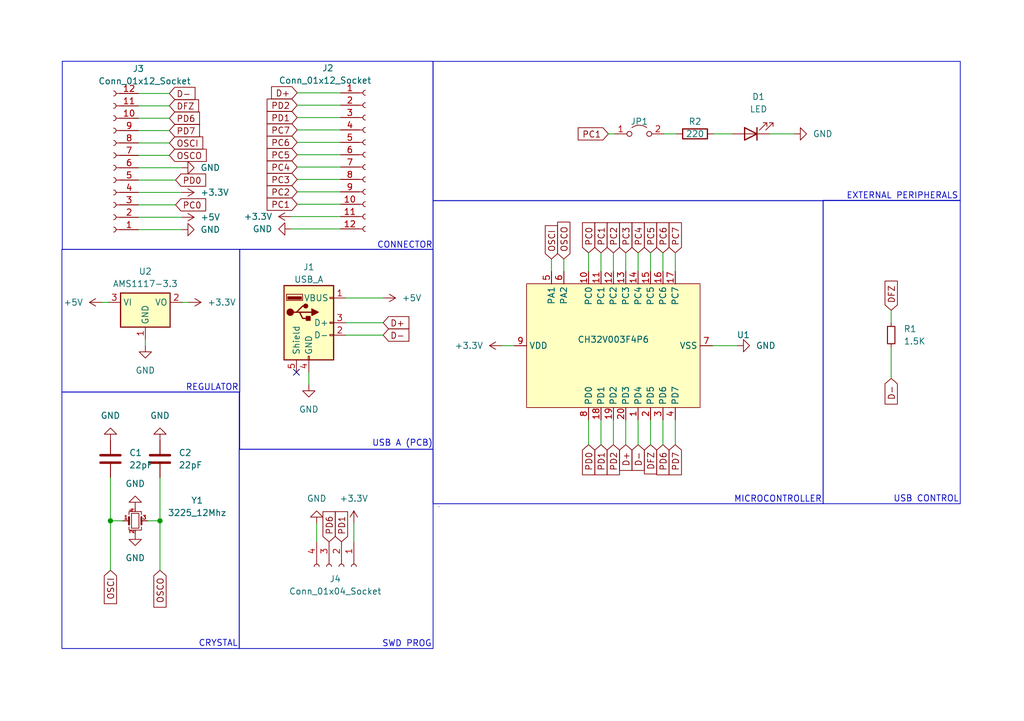
<source format=kicad_sch>
(kicad_sch (version 20230121) (generator eeschema)

  (uuid 6b7bac31-8eb7-4d99-ba96-d36e3644d44c)

  (paper "A5")

  (title_block
    (title "MICRO NICO ")
    (date "2024-05-15")
    (rev "1.0.0")
    (company "AtrivaTECH")
    (comment 1 "Model: CH32V003")
    (comment 2 "RV003 and SWD compaitble")
  )

  (lib_symbols
    (symbol "Connector:Conn_01x04_Socket" (pin_names (offset 1.016) hide) (in_bom yes) (on_board yes)
      (property "Reference" "J" (at 0 5.08 0)
        (effects (font (size 1.27 1.27)))
      )
      (property "Value" "Conn_01x04_Socket" (at 0 -7.62 0)
        (effects (font (size 1.27 1.27)))
      )
      (property "Footprint" "" (at 0 0 0)
        (effects (font (size 1.27 1.27)) hide)
      )
      (property "Datasheet" "~" (at 0 0 0)
        (effects (font (size 1.27 1.27)) hide)
      )
      (property "ki_locked" "" (at 0 0 0)
        (effects (font (size 1.27 1.27)))
      )
      (property "ki_keywords" "connector" (at 0 0 0)
        (effects (font (size 1.27 1.27)) hide)
      )
      (property "ki_description" "Generic connector, single row, 01x04, script generated" (at 0 0 0)
        (effects (font (size 1.27 1.27)) hide)
      )
      (property "ki_fp_filters" "Connector*:*_1x??_*" (at 0 0 0)
        (effects (font (size 1.27 1.27)) hide)
      )
      (symbol "Conn_01x04_Socket_1_1"
        (arc (start 0 -4.572) (mid -0.5058 -5.08) (end 0 -5.588)
          (stroke (width 0.1524) (type default))
          (fill (type none))
        )
        (arc (start 0 -2.032) (mid -0.5058 -2.54) (end 0 -3.048)
          (stroke (width 0.1524) (type default))
          (fill (type none))
        )
        (polyline
          (pts
            (xy -1.27 -5.08)
            (xy -0.508 -5.08)
          )
          (stroke (width 0.1524) (type default))
          (fill (type none))
        )
        (polyline
          (pts
            (xy -1.27 -2.54)
            (xy -0.508 -2.54)
          )
          (stroke (width 0.1524) (type default))
          (fill (type none))
        )
        (polyline
          (pts
            (xy -1.27 0)
            (xy -0.508 0)
          )
          (stroke (width 0.1524) (type default))
          (fill (type none))
        )
        (polyline
          (pts
            (xy -1.27 2.54)
            (xy -0.508 2.54)
          )
          (stroke (width 0.1524) (type default))
          (fill (type none))
        )
        (arc (start 0 0.508) (mid -0.5058 0) (end 0 -0.508)
          (stroke (width 0.1524) (type default))
          (fill (type none))
        )
        (arc (start 0 3.048) (mid -0.5058 2.54) (end 0 2.032)
          (stroke (width 0.1524) (type default))
          (fill (type none))
        )
        (pin passive line (at -5.08 2.54 0) (length 3.81)
          (name "Pin_1" (effects (font (size 1.27 1.27))))
          (number "1" (effects (font (size 1.27 1.27))))
        )
        (pin passive line (at -5.08 0 0) (length 3.81)
          (name "Pin_2" (effects (font (size 1.27 1.27))))
          (number "2" (effects (font (size 1.27 1.27))))
        )
        (pin passive line (at -5.08 -2.54 0) (length 3.81)
          (name "Pin_3" (effects (font (size 1.27 1.27))))
          (number "3" (effects (font (size 1.27 1.27))))
        )
        (pin passive line (at -5.08 -5.08 0) (length 3.81)
          (name "Pin_4" (effects (font (size 1.27 1.27))))
          (number "4" (effects (font (size 1.27 1.27))))
        )
      )
    )
    (symbol "Connector:Conn_01x12_Socket" (pin_names (offset 1.016) hide) (in_bom yes) (on_board yes)
      (property "Reference" "J" (at 0 15.24 0)
        (effects (font (size 1.27 1.27)))
      )
      (property "Value" "Conn_01x12_Socket" (at 0 -17.78 0)
        (effects (font (size 1.27 1.27)))
      )
      (property "Footprint" "" (at 0 0 0)
        (effects (font (size 1.27 1.27)) hide)
      )
      (property "Datasheet" "~" (at 0 0 0)
        (effects (font (size 1.27 1.27)) hide)
      )
      (property "ki_locked" "" (at 0 0 0)
        (effects (font (size 1.27 1.27)))
      )
      (property "ki_keywords" "connector" (at 0 0 0)
        (effects (font (size 1.27 1.27)) hide)
      )
      (property "ki_description" "Generic connector, single row, 01x12, script generated" (at 0 0 0)
        (effects (font (size 1.27 1.27)) hide)
      )
      (property "ki_fp_filters" "Connector*:*_1x??_*" (at 0 0 0)
        (effects (font (size 1.27 1.27)) hide)
      )
      (symbol "Conn_01x12_Socket_1_1"
        (arc (start 0 -14.732) (mid -0.5058 -15.24) (end 0 -15.748)
          (stroke (width 0.1524) (type default))
          (fill (type none))
        )
        (arc (start 0 -12.192) (mid -0.5058 -12.7) (end 0 -13.208)
          (stroke (width 0.1524) (type default))
          (fill (type none))
        )
        (arc (start 0 -9.652) (mid -0.5058 -10.16) (end 0 -10.668)
          (stroke (width 0.1524) (type default))
          (fill (type none))
        )
        (arc (start 0 -7.112) (mid -0.5058 -7.62) (end 0 -8.128)
          (stroke (width 0.1524) (type default))
          (fill (type none))
        )
        (arc (start 0 -4.572) (mid -0.5058 -5.08) (end 0 -5.588)
          (stroke (width 0.1524) (type default))
          (fill (type none))
        )
        (arc (start 0 -2.032) (mid -0.5058 -2.54) (end 0 -3.048)
          (stroke (width 0.1524) (type default))
          (fill (type none))
        )
        (polyline
          (pts
            (xy -1.27 -15.24)
            (xy -0.508 -15.24)
          )
          (stroke (width 0.1524) (type default))
          (fill (type none))
        )
        (polyline
          (pts
            (xy -1.27 -12.7)
            (xy -0.508 -12.7)
          )
          (stroke (width 0.1524) (type default))
          (fill (type none))
        )
        (polyline
          (pts
            (xy -1.27 -10.16)
            (xy -0.508 -10.16)
          )
          (stroke (width 0.1524) (type default))
          (fill (type none))
        )
        (polyline
          (pts
            (xy -1.27 -7.62)
            (xy -0.508 -7.62)
          )
          (stroke (width 0.1524) (type default))
          (fill (type none))
        )
        (polyline
          (pts
            (xy -1.27 -5.08)
            (xy -0.508 -5.08)
          )
          (stroke (width 0.1524) (type default))
          (fill (type none))
        )
        (polyline
          (pts
            (xy -1.27 -2.54)
            (xy -0.508 -2.54)
          )
          (stroke (width 0.1524) (type default))
          (fill (type none))
        )
        (polyline
          (pts
            (xy -1.27 0)
            (xy -0.508 0)
          )
          (stroke (width 0.1524) (type default))
          (fill (type none))
        )
        (polyline
          (pts
            (xy -1.27 2.54)
            (xy -0.508 2.54)
          )
          (stroke (width 0.1524) (type default))
          (fill (type none))
        )
        (polyline
          (pts
            (xy -1.27 5.08)
            (xy -0.508 5.08)
          )
          (stroke (width 0.1524) (type default))
          (fill (type none))
        )
        (polyline
          (pts
            (xy -1.27 7.62)
            (xy -0.508 7.62)
          )
          (stroke (width 0.1524) (type default))
          (fill (type none))
        )
        (polyline
          (pts
            (xy -1.27 10.16)
            (xy -0.508 10.16)
          )
          (stroke (width 0.1524) (type default))
          (fill (type none))
        )
        (polyline
          (pts
            (xy -1.27 12.7)
            (xy -0.508 12.7)
          )
          (stroke (width 0.1524) (type default))
          (fill (type none))
        )
        (arc (start 0 0.508) (mid -0.5058 0) (end 0 -0.508)
          (stroke (width 0.1524) (type default))
          (fill (type none))
        )
        (arc (start 0 3.048) (mid -0.5058 2.54) (end 0 2.032)
          (stroke (width 0.1524) (type default))
          (fill (type none))
        )
        (arc (start 0 5.588) (mid -0.5058 5.08) (end 0 4.572)
          (stroke (width 0.1524) (type default))
          (fill (type none))
        )
        (arc (start 0 8.128) (mid -0.5058 7.62) (end 0 7.112)
          (stroke (width 0.1524) (type default))
          (fill (type none))
        )
        (arc (start 0 10.668) (mid -0.5058 10.16) (end 0 9.652)
          (stroke (width 0.1524) (type default))
          (fill (type none))
        )
        (arc (start 0 13.208) (mid -0.5058 12.7) (end 0 12.192)
          (stroke (width 0.1524) (type default))
          (fill (type none))
        )
        (pin passive line (at -5.08 12.7 0) (length 3.81)
          (name "Pin_1" (effects (font (size 1.27 1.27))))
          (number "1" (effects (font (size 1.27 1.27))))
        )
        (pin passive line (at -5.08 -10.16 0) (length 3.81)
          (name "Pin_10" (effects (font (size 1.27 1.27))))
          (number "10" (effects (font (size 1.27 1.27))))
        )
        (pin passive line (at -5.08 -12.7 0) (length 3.81)
          (name "Pin_11" (effects (font (size 1.27 1.27))))
          (number "11" (effects (font (size 1.27 1.27))))
        )
        (pin passive line (at -5.08 -15.24 0) (length 3.81)
          (name "Pin_12" (effects (font (size 1.27 1.27))))
          (number "12" (effects (font (size 1.27 1.27))))
        )
        (pin passive line (at -5.08 10.16 0) (length 3.81)
          (name "Pin_2" (effects (font (size 1.27 1.27))))
          (number "2" (effects (font (size 1.27 1.27))))
        )
        (pin passive line (at -5.08 7.62 0) (length 3.81)
          (name "Pin_3" (effects (font (size 1.27 1.27))))
          (number "3" (effects (font (size 1.27 1.27))))
        )
        (pin passive line (at -5.08 5.08 0) (length 3.81)
          (name "Pin_4" (effects (font (size 1.27 1.27))))
          (number "4" (effects (font (size 1.27 1.27))))
        )
        (pin passive line (at -5.08 2.54 0) (length 3.81)
          (name "Pin_5" (effects (font (size 1.27 1.27))))
          (number "5" (effects (font (size 1.27 1.27))))
        )
        (pin passive line (at -5.08 0 0) (length 3.81)
          (name "Pin_6" (effects (font (size 1.27 1.27))))
          (number "6" (effects (font (size 1.27 1.27))))
        )
        (pin passive line (at -5.08 -2.54 0) (length 3.81)
          (name "Pin_7" (effects (font (size 1.27 1.27))))
          (number "7" (effects (font (size 1.27 1.27))))
        )
        (pin passive line (at -5.08 -5.08 0) (length 3.81)
          (name "Pin_8" (effects (font (size 1.27 1.27))))
          (number "8" (effects (font (size 1.27 1.27))))
        )
        (pin passive line (at -5.08 -7.62 0) (length 3.81)
          (name "Pin_9" (effects (font (size 1.27 1.27))))
          (number "9" (effects (font (size 1.27 1.27))))
        )
      )
    )
    (symbol "Connector:USB_A" (pin_names (offset 1.016)) (in_bom yes) (on_board yes)
      (property "Reference" "J" (at -5.08 11.43 0)
        (effects (font (size 1.27 1.27)) (justify left))
      )
      (property "Value" "USB_A" (at -5.08 8.89 0)
        (effects (font (size 1.27 1.27)) (justify left))
      )
      (property "Footprint" "" (at 3.81 -1.27 0)
        (effects (font (size 1.27 1.27)) hide)
      )
      (property "Datasheet" " ~" (at 3.81 -1.27 0)
        (effects (font (size 1.27 1.27)) hide)
      )
      (property "ki_keywords" "connector USB" (at 0 0 0)
        (effects (font (size 1.27 1.27)) hide)
      )
      (property "ki_description" "USB Type A connector" (at 0 0 0)
        (effects (font (size 1.27 1.27)) hide)
      )
      (property "ki_fp_filters" "USB*" (at 0 0 0)
        (effects (font (size 1.27 1.27)) hide)
      )
      (symbol "USB_A_0_1"
        (rectangle (start -5.08 -7.62) (end 5.08 7.62)
          (stroke (width 0.254) (type default))
          (fill (type background))
        )
        (circle (center -3.81 2.159) (radius 0.635)
          (stroke (width 0.254) (type default))
          (fill (type outline))
        )
        (rectangle (start -1.524 4.826) (end -4.318 5.334)
          (stroke (width 0) (type default))
          (fill (type outline))
        )
        (rectangle (start -1.27 4.572) (end -4.572 5.842)
          (stroke (width 0) (type default))
          (fill (type none))
        )
        (circle (center -0.635 3.429) (radius 0.381)
          (stroke (width 0.254) (type default))
          (fill (type outline))
        )
        (rectangle (start -0.127 -7.62) (end 0.127 -6.858)
          (stroke (width 0) (type default))
          (fill (type none))
        )
        (polyline
          (pts
            (xy -3.175 2.159)
            (xy -2.54 2.159)
            (xy -1.27 3.429)
            (xy -0.635 3.429)
          )
          (stroke (width 0.254) (type default))
          (fill (type none))
        )
        (polyline
          (pts
            (xy -2.54 2.159)
            (xy -1.905 2.159)
            (xy -1.27 0.889)
            (xy 0 0.889)
          )
          (stroke (width 0.254) (type default))
          (fill (type none))
        )
        (polyline
          (pts
            (xy 0.635 2.794)
            (xy 0.635 1.524)
            (xy 1.905 2.159)
            (xy 0.635 2.794)
          )
          (stroke (width 0.254) (type default))
          (fill (type outline))
        )
        (rectangle (start 0.254 1.27) (end -0.508 0.508)
          (stroke (width 0.254) (type default))
          (fill (type outline))
        )
        (rectangle (start 5.08 -2.667) (end 4.318 -2.413)
          (stroke (width 0) (type default))
          (fill (type none))
        )
        (rectangle (start 5.08 -0.127) (end 4.318 0.127)
          (stroke (width 0) (type default))
          (fill (type none))
        )
        (rectangle (start 5.08 4.953) (end 4.318 5.207)
          (stroke (width 0) (type default))
          (fill (type none))
        )
      )
      (symbol "USB_A_1_1"
        (polyline
          (pts
            (xy -1.905 2.159)
            (xy 0.635 2.159)
          )
          (stroke (width 0.254) (type default))
          (fill (type none))
        )
        (pin power_in line (at 7.62 5.08 180) (length 2.54)
          (name "VBUS" (effects (font (size 1.27 1.27))))
          (number "1" (effects (font (size 1.27 1.27))))
        )
        (pin bidirectional line (at 7.62 -2.54 180) (length 2.54)
          (name "D-" (effects (font (size 1.27 1.27))))
          (number "2" (effects (font (size 1.27 1.27))))
        )
        (pin bidirectional line (at 7.62 0 180) (length 2.54)
          (name "D+" (effects (font (size 1.27 1.27))))
          (number "3" (effects (font (size 1.27 1.27))))
        )
        (pin power_in line (at 0 -10.16 90) (length 2.54)
          (name "GND" (effects (font (size 1.27 1.27))))
          (number "4" (effects (font (size 1.27 1.27))))
        )
        (pin passive line (at -2.54 -10.16 90) (length 2.54)
          (name "Shield" (effects (font (size 1.27 1.27))))
          (number "5" (effects (font (size 1.27 1.27))))
        )
      )
    )
    (symbol "Device:C" (pin_numbers hide) (pin_names (offset 0.254)) (in_bom yes) (on_board yes)
      (property "Reference" "C" (at 0.635 2.54 0)
        (effects (font (size 1.27 1.27)) (justify left))
      )
      (property "Value" "C" (at 0.635 -2.54 0)
        (effects (font (size 1.27 1.27)) (justify left))
      )
      (property "Footprint" "" (at 0.9652 -3.81 0)
        (effects (font (size 1.27 1.27)) hide)
      )
      (property "Datasheet" "~" (at 0 0 0)
        (effects (font (size 1.27 1.27)) hide)
      )
      (property "ki_keywords" "cap capacitor" (at 0 0 0)
        (effects (font (size 1.27 1.27)) hide)
      )
      (property "ki_description" "Unpolarized capacitor" (at 0 0 0)
        (effects (font (size 1.27 1.27)) hide)
      )
      (property "ki_fp_filters" "C_*" (at 0 0 0)
        (effects (font (size 1.27 1.27)) hide)
      )
      (symbol "C_0_1"
        (polyline
          (pts
            (xy -2.032 -0.762)
            (xy 2.032 -0.762)
          )
          (stroke (width 0.508) (type default))
          (fill (type none))
        )
        (polyline
          (pts
            (xy -2.032 0.762)
            (xy 2.032 0.762)
          )
          (stroke (width 0.508) (type default))
          (fill (type none))
        )
      )
      (symbol "C_1_1"
        (pin passive line (at 0 3.81 270) (length 2.794)
          (name "~" (effects (font (size 1.27 1.27))))
          (number "1" (effects (font (size 1.27 1.27))))
        )
        (pin passive line (at 0 -3.81 90) (length 2.794)
          (name "~" (effects (font (size 1.27 1.27))))
          (number "2" (effects (font (size 1.27 1.27))))
        )
      )
    )
    (symbol "Device:Crystal_GND24_Small" (pin_names (offset 1.016) hide) (in_bom yes) (on_board yes)
      (property "Reference" "Y" (at 1.27 4.445 0)
        (effects (font (size 1.27 1.27)) (justify left))
      )
      (property "Value" "Crystal_GND24_Small" (at 1.27 2.54 0)
        (effects (font (size 1.27 1.27)) (justify left))
      )
      (property "Footprint" "" (at 0 0 0)
        (effects (font (size 1.27 1.27)) hide)
      )
      (property "Datasheet" "~" (at 0 0 0)
        (effects (font (size 1.27 1.27)) hide)
      )
      (property "ki_keywords" "quartz ceramic resonator oscillator" (at 0 0 0)
        (effects (font (size 1.27 1.27)) hide)
      )
      (property "ki_description" "Four pin crystal, GND on pins 2 and 4, small symbol" (at 0 0 0)
        (effects (font (size 1.27 1.27)) hide)
      )
      (property "ki_fp_filters" "Crystal*" (at 0 0 0)
        (effects (font (size 1.27 1.27)) hide)
      )
      (symbol "Crystal_GND24_Small_0_1"
        (rectangle (start -0.762 -1.524) (end 0.762 1.524)
          (stroke (width 0) (type default))
          (fill (type none))
        )
        (polyline
          (pts
            (xy -1.27 -0.762)
            (xy -1.27 0.762)
          )
          (stroke (width 0.381) (type default))
          (fill (type none))
        )
        (polyline
          (pts
            (xy 1.27 -0.762)
            (xy 1.27 0.762)
          )
          (stroke (width 0.381) (type default))
          (fill (type none))
        )
        (polyline
          (pts
            (xy -1.27 -1.27)
            (xy -1.27 -1.905)
            (xy 1.27 -1.905)
            (xy 1.27 -1.27)
          )
          (stroke (width 0) (type default))
          (fill (type none))
        )
        (polyline
          (pts
            (xy -1.27 1.27)
            (xy -1.27 1.905)
            (xy 1.27 1.905)
            (xy 1.27 1.27)
          )
          (stroke (width 0) (type default))
          (fill (type none))
        )
      )
      (symbol "Crystal_GND24_Small_1_1"
        (pin passive line (at -2.54 0 0) (length 1.27)
          (name "1" (effects (font (size 1.27 1.27))))
          (number "1" (effects (font (size 0.762 0.762))))
        )
        (pin passive line (at 0 -2.54 90) (length 0.635)
          (name "2" (effects (font (size 1.27 1.27))))
          (number "2" (effects (font (size 0.762 0.762))))
        )
        (pin passive line (at 2.54 0 180) (length 1.27)
          (name "3" (effects (font (size 1.27 1.27))))
          (number "3" (effects (font (size 0.762 0.762))))
        )
        (pin passive line (at 0 2.54 270) (length 0.635)
          (name "4" (effects (font (size 1.27 1.27))))
          (number "4" (effects (font (size 0.762 0.762))))
        )
      )
    )
    (symbol "Device:LED" (pin_numbers hide) (pin_names (offset 1.016) hide) (in_bom yes) (on_board yes)
      (property "Reference" "D" (at 0 2.54 0)
        (effects (font (size 1.27 1.27)))
      )
      (property "Value" "LED" (at 0 -2.54 0)
        (effects (font (size 1.27 1.27)))
      )
      (property "Footprint" "" (at 0 0 0)
        (effects (font (size 1.27 1.27)) hide)
      )
      (property "Datasheet" "~" (at 0 0 0)
        (effects (font (size 1.27 1.27)) hide)
      )
      (property "ki_keywords" "LED diode" (at 0 0 0)
        (effects (font (size 1.27 1.27)) hide)
      )
      (property "ki_description" "Light emitting diode" (at 0 0 0)
        (effects (font (size 1.27 1.27)) hide)
      )
      (property "ki_fp_filters" "LED* LED_SMD:* LED_THT:*" (at 0 0 0)
        (effects (font (size 1.27 1.27)) hide)
      )
      (symbol "LED_0_1"
        (polyline
          (pts
            (xy -1.27 -1.27)
            (xy -1.27 1.27)
          )
          (stroke (width 0.254) (type default))
          (fill (type none))
        )
        (polyline
          (pts
            (xy -1.27 0)
            (xy 1.27 0)
          )
          (stroke (width 0) (type default))
          (fill (type none))
        )
        (polyline
          (pts
            (xy 1.27 -1.27)
            (xy 1.27 1.27)
            (xy -1.27 0)
            (xy 1.27 -1.27)
          )
          (stroke (width 0.254) (type default))
          (fill (type none))
        )
        (polyline
          (pts
            (xy -3.048 -0.762)
            (xy -4.572 -2.286)
            (xy -3.81 -2.286)
            (xy -4.572 -2.286)
            (xy -4.572 -1.524)
          )
          (stroke (width 0) (type default))
          (fill (type none))
        )
        (polyline
          (pts
            (xy -1.778 -0.762)
            (xy -3.302 -2.286)
            (xy -2.54 -2.286)
            (xy -3.302 -2.286)
            (xy -3.302 -1.524)
          )
          (stroke (width 0) (type default))
          (fill (type none))
        )
      )
      (symbol "LED_1_1"
        (pin passive line (at -3.81 0 0) (length 2.54)
          (name "K" (effects (font (size 1.27 1.27))))
          (number "1" (effects (font (size 1.27 1.27))))
        )
        (pin passive line (at 3.81 0 180) (length 2.54)
          (name "A" (effects (font (size 1.27 1.27))))
          (number "2" (effects (font (size 1.27 1.27))))
        )
      )
    )
    (symbol "Device:R" (pin_numbers hide) (pin_names (offset 0)) (in_bom yes) (on_board yes)
      (property "Reference" "R" (at 2.032 0 90)
        (effects (font (size 1.27 1.27)))
      )
      (property "Value" "R" (at 0 0 90)
        (effects (font (size 1.27 1.27)))
      )
      (property "Footprint" "" (at -1.778 0 90)
        (effects (font (size 1.27 1.27)) hide)
      )
      (property "Datasheet" "~" (at 0 0 0)
        (effects (font (size 1.27 1.27)) hide)
      )
      (property "ki_keywords" "R res resistor" (at 0 0 0)
        (effects (font (size 1.27 1.27)) hide)
      )
      (property "ki_description" "Resistor" (at 0 0 0)
        (effects (font (size 1.27 1.27)) hide)
      )
      (property "ki_fp_filters" "R_*" (at 0 0 0)
        (effects (font (size 1.27 1.27)) hide)
      )
      (symbol "R_0_1"
        (rectangle (start -1.016 -2.54) (end 1.016 2.54)
          (stroke (width 0.254) (type default))
          (fill (type none))
        )
      )
      (symbol "R_1_1"
        (pin passive line (at 0 3.81 270) (length 1.27)
          (name "~" (effects (font (size 1.27 1.27))))
          (number "1" (effects (font (size 1.27 1.27))))
        )
        (pin passive line (at 0 -3.81 90) (length 1.27)
          (name "~" (effects (font (size 1.27 1.27))))
          (number "2" (effects (font (size 1.27 1.27))))
        )
      )
    )
    (symbol "Device:R_Small" (pin_numbers hide) (pin_names (offset 0.254) hide) (in_bom yes) (on_board yes)
      (property "Reference" "R" (at 0.762 0.508 0)
        (effects (font (size 1.27 1.27)) (justify left))
      )
      (property "Value" "R_Small" (at 0.762 -1.016 0)
        (effects (font (size 1.27 1.27)) (justify left))
      )
      (property "Footprint" "" (at 0 0 0)
        (effects (font (size 1.27 1.27)) hide)
      )
      (property "Datasheet" "~" (at 0 0 0)
        (effects (font (size 1.27 1.27)) hide)
      )
      (property "ki_keywords" "R resistor" (at 0 0 0)
        (effects (font (size 1.27 1.27)) hide)
      )
      (property "ki_description" "Resistor, small symbol" (at 0 0 0)
        (effects (font (size 1.27 1.27)) hide)
      )
      (property "ki_fp_filters" "R_*" (at 0 0 0)
        (effects (font (size 1.27 1.27)) hide)
      )
      (symbol "R_Small_0_1"
        (rectangle (start -0.762 1.778) (end 0.762 -1.778)
          (stroke (width 0.2032) (type default))
          (fill (type none))
        )
      )
      (symbol "R_Small_1_1"
        (pin passive line (at 0 2.54 270) (length 0.762)
          (name "~" (effects (font (size 1.27 1.27))))
          (number "1" (effects (font (size 1.27 1.27))))
        )
        (pin passive line (at 0 -2.54 90) (length 0.762)
          (name "~" (effects (font (size 1.27 1.27))))
          (number "2" (effects (font (size 1.27 1.27))))
        )
      )
    )
    (symbol "Jumper:Jumper_2_Open" (pin_names (offset 0) hide) (in_bom yes) (on_board yes)
      (property "Reference" "JP" (at 0 2.794 0)
        (effects (font (size 1.27 1.27)))
      )
      (property "Value" "Jumper_2_Open" (at 0 -2.286 0)
        (effects (font (size 1.27 1.27)))
      )
      (property "Footprint" "" (at 0 0 0)
        (effects (font (size 1.27 1.27)) hide)
      )
      (property "Datasheet" "~" (at 0 0 0)
        (effects (font (size 1.27 1.27)) hide)
      )
      (property "ki_keywords" "Jumper SPST" (at 0 0 0)
        (effects (font (size 1.27 1.27)) hide)
      )
      (property "ki_description" "Jumper, 2-pole, open" (at 0 0 0)
        (effects (font (size 1.27 1.27)) hide)
      )
      (property "ki_fp_filters" "Jumper* TestPoint*2Pads* TestPoint*Bridge*" (at 0 0 0)
        (effects (font (size 1.27 1.27)) hide)
      )
      (symbol "Jumper_2_Open_0_0"
        (circle (center -2.032 0) (radius 0.508)
          (stroke (width 0) (type default))
          (fill (type none))
        )
        (circle (center 2.032 0) (radius 0.508)
          (stroke (width 0) (type default))
          (fill (type none))
        )
      )
      (symbol "Jumper_2_Open_0_1"
        (arc (start 1.524 1.27) (mid 0 1.778) (end -1.524 1.27)
          (stroke (width 0) (type default))
          (fill (type none))
        )
      )
      (symbol "Jumper_2_Open_1_1"
        (pin passive line (at -5.08 0 0) (length 2.54)
          (name "A" (effects (font (size 1.27 1.27))))
          (number "1" (effects (font (size 1.27 1.27))))
        )
        (pin passive line (at 5.08 0 180) (length 2.54)
          (name "B" (effects (font (size 1.27 1.27))))
          (number "2" (effects (font (size 1.27 1.27))))
        )
      )
    )
    (symbol "Regulator_Linear:AMS1117-3.3" (in_bom yes) (on_board yes)
      (property "Reference" "U" (at -3.81 3.175 0)
        (effects (font (size 1.27 1.27)))
      )
      (property "Value" "AMS1117-3.3" (at 0 3.175 0)
        (effects (font (size 1.27 1.27)) (justify left))
      )
      (property "Footprint" "Package_TO_SOT_SMD:SOT-223-3_TabPin2" (at 0 5.08 0)
        (effects (font (size 1.27 1.27)) hide)
      )
      (property "Datasheet" "http://www.advanced-monolithic.com/pdf/ds1117.pdf" (at 2.54 -6.35 0)
        (effects (font (size 1.27 1.27)) hide)
      )
      (property "ki_keywords" "linear regulator ldo fixed positive" (at 0 0 0)
        (effects (font (size 1.27 1.27)) hide)
      )
      (property "ki_description" "1A Low Dropout regulator, positive, 3.3V fixed output, SOT-223" (at 0 0 0)
        (effects (font (size 1.27 1.27)) hide)
      )
      (property "ki_fp_filters" "SOT?223*TabPin2*" (at 0 0 0)
        (effects (font (size 1.27 1.27)) hide)
      )
      (symbol "AMS1117-3.3_0_1"
        (rectangle (start -5.08 -5.08) (end 5.08 1.905)
          (stroke (width 0.254) (type default))
          (fill (type background))
        )
      )
      (symbol "AMS1117-3.3_1_1"
        (pin power_in line (at 0 -7.62 90) (length 2.54)
          (name "GND" (effects (font (size 1.27 1.27))))
          (number "1" (effects (font (size 1.27 1.27))))
        )
        (pin power_out line (at 7.62 0 180) (length 2.54)
          (name "VO" (effects (font (size 1.27 1.27))))
          (number "2" (effects (font (size 1.27 1.27))))
        )
        (pin power_in line (at -7.62 0 0) (length 2.54)
          (name "VI" (effects (font (size 1.27 1.27))))
          (number "3" (effects (font (size 1.27 1.27))))
        )
      )
    )
    (symbol "power:+3.3V" (power) (pin_names (offset 0)) (in_bom yes) (on_board yes)
      (property "Reference" "#PWR" (at 0 -3.81 0)
        (effects (font (size 1.27 1.27)) hide)
      )
      (property "Value" "+3.3V" (at 0 3.556 0)
        (effects (font (size 1.27 1.27)))
      )
      (property "Footprint" "" (at 0 0 0)
        (effects (font (size 1.27 1.27)) hide)
      )
      (property "Datasheet" "" (at 0 0 0)
        (effects (font (size 1.27 1.27)) hide)
      )
      (property "ki_keywords" "global power" (at 0 0 0)
        (effects (font (size 1.27 1.27)) hide)
      )
      (property "ki_description" "Power symbol creates a global label with name \"+3.3V\"" (at 0 0 0)
        (effects (font (size 1.27 1.27)) hide)
      )
      (symbol "+3.3V_0_1"
        (polyline
          (pts
            (xy -0.762 1.27)
            (xy 0 2.54)
          )
          (stroke (width 0) (type default))
          (fill (type none))
        )
        (polyline
          (pts
            (xy 0 0)
            (xy 0 2.54)
          )
          (stroke (width 0) (type default))
          (fill (type none))
        )
        (polyline
          (pts
            (xy 0 2.54)
            (xy 0.762 1.27)
          )
          (stroke (width 0) (type default))
          (fill (type none))
        )
      )
      (symbol "+3.3V_1_1"
        (pin power_in line (at 0 0 90) (length 0) hide
          (name "+3.3V" (effects (font (size 1.27 1.27))))
          (number "1" (effects (font (size 1.27 1.27))))
        )
      )
    )
    (symbol "power:+5V" (power) (pin_names (offset 0)) (in_bom yes) (on_board yes)
      (property "Reference" "#PWR" (at 0 -3.81 0)
        (effects (font (size 1.27 1.27)) hide)
      )
      (property "Value" "+5V" (at 0 3.556 0)
        (effects (font (size 1.27 1.27)))
      )
      (property "Footprint" "" (at 0 0 0)
        (effects (font (size 1.27 1.27)) hide)
      )
      (property "Datasheet" "" (at 0 0 0)
        (effects (font (size 1.27 1.27)) hide)
      )
      (property "ki_keywords" "global power" (at 0 0 0)
        (effects (font (size 1.27 1.27)) hide)
      )
      (property "ki_description" "Power symbol creates a global label with name \"+5V\"" (at 0 0 0)
        (effects (font (size 1.27 1.27)) hide)
      )
      (symbol "+5V_0_1"
        (polyline
          (pts
            (xy -0.762 1.27)
            (xy 0 2.54)
          )
          (stroke (width 0) (type default))
          (fill (type none))
        )
        (polyline
          (pts
            (xy 0 0)
            (xy 0 2.54)
          )
          (stroke (width 0) (type default))
          (fill (type none))
        )
        (polyline
          (pts
            (xy 0 2.54)
            (xy 0.762 1.27)
          )
          (stroke (width 0) (type default))
          (fill (type none))
        )
      )
      (symbol "+5V_1_1"
        (pin power_in line (at 0 0 90) (length 0) hide
          (name "+5V" (effects (font (size 1.27 1.27))))
          (number "1" (effects (font (size 1.27 1.27))))
        )
      )
    )
    (symbol "power:GND" (power) (pin_names (offset 0)) (in_bom yes) (on_board yes)
      (property "Reference" "#PWR" (at 0 -6.35 0)
        (effects (font (size 1.27 1.27)) hide)
      )
      (property "Value" "GND" (at 0 -3.81 0)
        (effects (font (size 1.27 1.27)))
      )
      (property "Footprint" "" (at 0 0 0)
        (effects (font (size 1.27 1.27)) hide)
      )
      (property "Datasheet" "" (at 0 0 0)
        (effects (font (size 1.27 1.27)) hide)
      )
      (property "ki_keywords" "global power" (at 0 0 0)
        (effects (font (size 1.27 1.27)) hide)
      )
      (property "ki_description" "Power symbol creates a global label with name \"GND\" , ground" (at 0 0 0)
        (effects (font (size 1.27 1.27)) hide)
      )
      (symbol "GND_0_1"
        (polyline
          (pts
            (xy 0 0)
            (xy 0 -1.27)
            (xy 1.27 -1.27)
            (xy 0 -2.54)
            (xy -1.27 -1.27)
            (xy 0 -1.27)
          )
          (stroke (width 0) (type default))
          (fill (type none))
        )
      )
      (symbol "GND_1_1"
        (pin power_in line (at 0 0 270) (length 0) hide
          (name "GND" (effects (font (size 1.27 1.27))))
          (number "1" (effects (font (size 1.27 1.27))))
        )
      )
    )
    (symbol "wch-mcu:CH32V003F4P6" (in_bom yes) (on_board yes)
      (property "Reference" "U" (at -12.7 19.05 0)
        (effects (font (size 1.27 1.27)) (justify left))
      )
      (property "Value" "CH32V003F4P6" (at 1.27 19.05 0)
        (effects (font (size 1.27 1.27)) (justify left))
      )
      (property "Footprint" "Package_SO:TSSOP-20_4.4x6.5mm_P0.65mm" (at 0 35.56 0)
        (effects (font (size 1.27 1.27)) hide)
      )
      (property "Datasheet" "https://datasheet.lcsc.com/lcsc/2302231730_WCH-Jiangsu-Qin-Heng-CH32V003F4U6_C5299908.pdf" (at 0 33.02 0)
        (effects (font (size 1.27 1.27)) hide)
      )
      (symbol "CH32V003F4P6_0_1"
        (rectangle (start -12.7 17.78) (end 12.7 -17.78)
          (stroke (width 0.1524) (type default))
          (fill (type background))
        )
      )
      (symbol "CH32V003F4P6_1_0"
        (pin bidirectional line (at 15.24 -10.16 180) (length 2.54)
          (name "PC6" (effects (font (size 1.27 1.27))))
          (number "16" (effects (font (size 1.27 1.27))))
        )
        (pin bidirectional line (at 15.24 -12.7 180) (length 2.54)
          (name "PC7" (effects (font (size 1.27 1.27))))
          (number "17" (effects (font (size 1.27 1.27))))
        )
        (pin bidirectional line (at -15.24 2.54 0) (length 2.54)
          (name "PD1" (effects (font (size 1.27 1.27))))
          (number "18" (effects (font (size 1.27 1.27))))
        )
        (pin bidirectional line (at -15.24 0 0) (length 2.54)
          (name "PD2" (effects (font (size 1.27 1.27))))
          (number "19" (effects (font (size 1.27 1.27))))
        )
        (pin bidirectional line (at -15.24 -2.54 0) (length 2.54)
          (name "PD3" (effects (font (size 1.27 1.27))))
          (number "20" (effects (font (size 1.27 1.27))))
        )
      )
      (symbol "CH32V003F4P6_1_1"
        (pin bidirectional line (at -15.24 -5.08 0) (length 2.54)
          (name "PD4" (effects (font (size 1.27 1.27))))
          (number "1" (effects (font (size 1.27 1.27))))
          (alternate "AIN6" input line)
          (alternate "MISO" input line)
          (alternate "RXD1" input line)
          (alternate "VBUS" input line)
        )
        (pin bidirectional line (at 15.24 5.08 180) (length 2.54)
          (name "PC0" (effects (font (size 1.27 1.27))))
          (number "10" (effects (font (size 1.27 1.27))))
          (alternate "AIN6" input line)
          (alternate "MISO" input line)
          (alternate "RXD1" input line)
          (alternate "VBUS" input line)
        )
        (pin bidirectional line (at 15.24 2.54 180) (length 2.54)
          (name "PC1" (effects (font (size 1.27 1.27))))
          (number "11" (effects (font (size 1.27 1.27))))
          (alternate "AIN6" input line)
          (alternate "MISO" input line)
          (alternate "RXD1" input line)
          (alternate "VBUS" input line)
        )
        (pin bidirectional line (at 15.24 0 180) (length 2.54)
          (name "PC2" (effects (font (size 1.27 1.27))))
          (number "12" (effects (font (size 1.27 1.27))))
          (alternate "AIN6" input line)
          (alternate "MISO" input line)
          (alternate "RXD1" input line)
          (alternate "VBUS" input line)
        )
        (pin bidirectional line (at 15.24 -2.54 180) (length 2.54)
          (name "PC3" (effects (font (size 1.27 1.27))))
          (number "13" (effects (font (size 1.27 1.27))))
          (alternate "AIN6" input line)
          (alternate "MISO" input line)
          (alternate "RXD1" input line)
          (alternate "VBUS" input line)
        )
        (pin bidirectional line (at 15.24 -5.08 180) (length 2.54)
          (name "PC4" (effects (font (size 1.27 1.27))))
          (number "14" (effects (font (size 1.27 1.27))))
        )
        (pin bidirectional line (at 15.24 -7.62 180) (length 2.54)
          (name "PC5" (effects (font (size 1.27 1.27))))
          (number "15" (effects (font (size 1.27 1.27))))
        )
        (pin bidirectional line (at -15.24 -7.62 0) (length 2.54)
          (name "PD5" (effects (font (size 1.27 1.27))))
          (number "2" (effects (font (size 1.27 1.27))))
          (alternate "AIN6" input line)
          (alternate "MISO" input line)
          (alternate "RXD1" input line)
          (alternate "VBUS" input line)
        )
        (pin bidirectional line (at -15.24 -10.16 0) (length 2.54)
          (name "PD6" (effects (font (size 1.27 1.27))))
          (number "3" (effects (font (size 1.27 1.27))))
          (alternate "AIN6" input line)
          (alternate "MISO" input line)
          (alternate "RXD1" input line)
          (alternate "VBUS" input line)
        )
        (pin bidirectional line (at -15.24 -12.7 0) (length 2.54)
          (name "PD7" (effects (font (size 1.27 1.27))))
          (number "4" (effects (font (size 1.27 1.27))))
          (alternate "AIN6" input line)
          (alternate "MISO" input line)
          (alternate "RXD1" input line)
          (alternate "VBUS" input line)
        )
        (pin bidirectional line (at 15.24 12.7 180) (length 2.54)
          (name "PA1" (effects (font (size 1.27 1.27))))
          (number "5" (effects (font (size 1.27 1.27))))
          (alternate "AIN6" input line)
          (alternate "MISO" input line)
          (alternate "RXD1" input line)
          (alternate "VBUS" input line)
        )
        (pin bidirectional line (at 15.24 10.16 180) (length 2.54)
          (name "PA2" (effects (font (size 1.27 1.27))))
          (number "6" (effects (font (size 1.27 1.27))))
          (alternate "AIN6" input line)
          (alternate "MISO" input line)
          (alternate "RXD1" input line)
          (alternate "VBUS" input line)
        )
        (pin power_in line (at 0 -20.32 90) (length 2.54)
          (name "VSS" (effects (font (size 1.27 1.27))))
          (number "7" (effects (font (size 1.27 1.27))))
          (alternate "AIN6" input line)
          (alternate "MISO" input line)
          (alternate "RXD1" input line)
          (alternate "VBUS" input line)
        )
        (pin bidirectional line (at -15.24 5.08 0) (length 2.54)
          (name "PD0" (effects (font (size 1.27 1.27))))
          (number "8" (effects (font (size 1.27 1.27))))
          (alternate "AIN6" input line)
          (alternate "MISO" input line)
          (alternate "RXD1" input line)
          (alternate "VBUS" input line)
        )
        (pin power_in line (at 0 20.32 270) (length 2.54)
          (name "VDD" (effects (font (size 1.27 1.27))))
          (number "9" (effects (font (size 1.27 1.27))))
          (alternate "AIN6" input line)
          (alternate "MISO" input line)
          (alternate "RXD1" input line)
          (alternate "VBUS" input line)
        )
      )
    )
  )

  (junction (at 32.8086 106.8865) (diameter 0) (color 0 0 0 0)
    (uuid 1a9cd675-0e3e-429f-a5d3-5dcc5c971bb2)
  )
  (junction (at 22.6486 106.8865) (diameter 0) (color 0 0 0 0)
    (uuid 92d1c0a4-5424-4a16-b55d-a68a36a78c30)
  )

  (no_connect (at 60.7965 76.3947) (uuid b1250d40-1213-4a57-83cd-82a1ebbe7775))

  (wire (pts (xy 136.1944 27.4747) (xy 138.7344 27.4747))
    (stroke (width 0) (type default))
    (uuid 05e709a2-2ea6-4356-882d-c9a05896d101)
  )
  (wire (pts (xy 113.0905 53.16) (xy 113.0905 55.7))
    (stroke (width 0) (type default))
    (uuid 08b5836f-0b77-4e94-8042-a638769b13be)
  )
  (wire (pts (xy 60.96 41.91) (xy 69.85 41.91))
    (stroke (width 0) (type default))
    (uuid 09bef582-1aac-4c9c-b12c-0979325af029)
  )
  (wire (pts (xy 133.4105 51.89) (xy 133.4105 55.7))
    (stroke (width 0) (type default))
    (uuid 1031c263-cbf3-48f6-9df7-997ab479ac54)
  )
  (wire (pts (xy 115.6305 53.16) (xy 115.6305 55.7))
    (stroke (width 0) (type default))
    (uuid 1a7b0db6-01b6-46f8-8c87-52af19507179)
  )
  (wire (pts (xy 135.9505 51.89) (xy 135.9505 55.7))
    (stroke (width 0) (type default))
    (uuid 2443d643-9f6e-43f1-8617-566bef4482a2)
  )
  (wire (pts (xy 182.7686 63.6871) (xy 182.7686 66.2271))
    (stroke (width 0) (type default))
    (uuid 281aea59-7a35-4074-b408-9ab81258e91a)
  )
  (wire (pts (xy 20.8846 62.0588) (xy 22.3666 62.0588))
    (stroke (width 0) (type default))
    (uuid 2d12e13f-5c19-4d00-a82c-4b8a8ea30fcf)
  )
  (wire (pts (xy 22.3666 62.0588) (xy 22.3666 62.0498))
    (stroke (width 0) (type default))
    (uuid 2d4eb701-35d1-49c1-80b4-d449ea46e78e)
  )
  (wire (pts (xy 32.8086 97.9965) (xy 32.8086 106.8865))
    (stroke (width 0) (type default))
    (uuid 32162ab7-e01a-4d0c-8c68-686278c41b26)
  )
  (wire (pts (xy 135.9505 91.26) (xy 135.9505 86.18))
    (stroke (width 0) (type default))
    (uuid 366df5de-8c7d-458c-8483-b43e2cee4b94)
  )
  (wire (pts (xy 28.3801 42.0405) (xy 36.0001 42.0405))
    (stroke (width 0) (type default))
    (uuid 38b265f2-86be-4bc5-9560-e85ee1551dee)
  )
  (wire (pts (xy 60.96 26.67) (xy 69.85 26.67))
    (stroke (width 0) (type default))
    (uuid 3b7d8a92-c743-4626-a4cf-bb660b66fece)
  )
  (wire (pts (xy 60.96 29.21) (xy 69.85 29.21))
    (stroke (width 0) (type default))
    (uuid 4115153d-204f-4270-8a65-4672fa89a2a0)
  )
  (wire (pts (xy 146.3544 27.4747) (xy 150.1644 27.4747))
    (stroke (width 0) (type default))
    (uuid 461065e5-6e29-401a-874b-ed0edf370a30)
  )
  (wire (pts (xy 70.9565 68.7747) (xy 78.5765 68.7747))
    (stroke (width 0) (type default))
    (uuid 4660baca-dc85-4afa-8aaf-e3b11a47b704)
  )
  (wire (pts (xy 22.6486 117.0465) (xy 22.6486 106.8865))
    (stroke (width 0) (type default))
    (uuid 4907e8d1-cc3f-4dd6-8e68-b44b77d9519d)
  )
  (wire (pts (xy 28.3801 31.8805) (xy 34.7301 31.8805))
    (stroke (width 0) (type default))
    (uuid 4956e2e5-ce0a-4524-9fb1-422fe19564da)
  )
  (wire (pts (xy 60.96 31.75) (xy 69.85 31.75))
    (stroke (width 0) (type default))
    (uuid 4afd0b7e-ab5d-457e-a6de-e6633a7731cb)
  )
  (wire (pts (xy 60.96 21.59) (xy 69.85 21.59))
    (stroke (width 0) (type default))
    (uuid 4b79fbb7-8e85-4762-866c-2073315f8b69)
  )
  (polyline (pts (xy 90.0274 104.0021) (xy 90.0276 103.9962))
    (stroke (width 0) (type default))
    (uuid 4f3a0add-adaf-4466-8eac-b51756d41224)
  )

  (wire (pts (xy 60.96 19.05) (xy 69.85 19.05))
    (stroke (width 0) (type default))
    (uuid 525f1182-2ca9-4d89-9892-c07ecd9f6ad9)
  )
  (wire (pts (xy 60.96 24.13) (xy 69.85 24.13))
    (stroke (width 0) (type default))
    (uuid 572a3152-2ec8-4188-9931-4e1c8e032289)
  )
  (wire (pts (xy 70.9565 61.1547) (xy 78.5765 61.1547))
    (stroke (width 0) (type default))
    (uuid 595ce8b4-84f4-4eaf-8016-7e8837b851d0)
  )
  (wire (pts (xy 64.949 107.3876) (xy 64.949 111.1976))
    (stroke (width 0) (type default))
    (uuid 5c1262d7-f8ce-463d-a4d2-dcb7e0bbf5ef)
  )
  (wire (pts (xy 128.3305 86.18) (xy 128.3305 91.26))
    (stroke (width 0) (type default))
    (uuid 5c575b02-2ac2-4a2b-adef-c5d90ff744b5)
  )
  (wire (pts (xy 34.7301 26.8005) (xy 28.3801 26.8005))
    (stroke (width 0) (type default))
    (uuid 7bd6012d-0df8-428c-8ca8-877b7a0bb874)
  )
  (wire (pts (xy 28.3801 47.1205) (xy 37.2701 47.1205))
    (stroke (width 0) (type default))
    (uuid 7be4cb3e-1bc0-4a58-bee6-2a8d06183b18)
  )
  (wire (pts (xy 123.2505 51.89) (xy 123.2505 55.7))
    (stroke (width 0) (type default))
    (uuid 7c4e907f-911f-4b34-a67f-387a21f752d1)
  )
  (wire (pts (xy 128.3305 51.89) (xy 128.3305 55.7))
    (stroke (width 0) (type default))
    (uuid 7f22f9c6-a7dc-49f1-977a-f8a6038435ac)
  )
  (wire (pts (xy 22.6486 106.8865) (xy 25.1886 106.8865))
    (stroke (width 0) (type default))
    (uuid 822eb0fb-cfeb-4d05-b430-1b99746d663d)
  )
  (wire (pts (xy 120.7105 91.26) (xy 120.7105 86.18))
    (stroke (width 0) (type default))
    (uuid 85a1d7d7-3452-41d5-bfe2-378f3c47d47a)
  )
  (wire (pts (xy 157.7844 27.4747) (xy 162.8644 27.4747))
    (stroke (width 0) (type default))
    (uuid 88fedacf-9114-4505-b49b-a04aa1df1a24)
  )
  (wire (pts (xy 28.3801 36.9605) (xy 36.0001 36.9605))
    (stroke (width 0) (type default))
    (uuid 9a21d2a7-8ed5-4ec7-bd5e-38d8efb11d40)
  )
  (wire (pts (xy 63.3365 76.3947) (xy 63.3365 78.9347))
    (stroke (width 0) (type default))
    (uuid 9c31e9a7-b22d-4a32-a278-a8604d2cf9dd)
  )
  (wire (pts (xy 37.4242 62.0498) (xy 38.6942 62.0498))
    (stroke (width 0) (type default))
    (uuid a578efd0-3e34-4b87-9d93-67003f3d79d6)
  )
  (wire (pts (xy 72.569 107.3876) (xy 72.569 111.1976))
    (stroke (width 0) (type default))
    (uuid a74d887c-22ea-4332-96f4-581e78f40054)
  )
  (wire (pts (xy 138.4905 91.26) (xy 138.4905 86.18))
    (stroke (width 0) (type default))
    (uuid a878d7a6-317a-418d-bf89-9f9e207aa0ea)
  )
  (wire (pts (xy 130.8705 86.18) (xy 130.8705 91.26))
    (stroke (width 0) (type default))
    (uuid ad843ddd-753b-421a-9f99-c9315906c634)
  )
  (wire (pts (xy 34.7301 24.2605) (xy 28.3801 24.2605))
    (stroke (width 0) (type default))
    (uuid afd97ca2-5bad-403a-8ff1-4bbe5cf1cbc1)
  )
  (wire (pts (xy 28.3801 29.3405) (xy 34.7301 29.3405))
    (stroke (width 0) (type default))
    (uuid b5243014-fa53-450c-8957-d54ee1383818)
  )
  (wire (pts (xy 60.96 39.37) (xy 69.85 39.37))
    (stroke (width 0) (type default))
    (uuid b585fb86-cc3d-4506-9847-182f6b209cc0)
  )
  (wire (pts (xy 30.2686 106.8865) (xy 32.8086 106.8865))
    (stroke (width 0) (type default))
    (uuid b8fee7d8-0bcf-484e-bed6-06c1772c88de)
  )
  (wire (pts (xy 22.6486 106.8865) (xy 22.6486 97.9965))
    (stroke (width 0) (type default))
    (uuid bad8b6a0-cc6d-48cf-83e9-3b238df0425e)
  )
  (wire (pts (xy 34.7301 19.1805) (xy 28.3801 19.1805))
    (stroke (width 0) (type default))
    (uuid bb579ba1-069c-463f-b956-5c4480452866)
  )
  (wire (pts (xy 120.7105 51.89) (xy 120.7105 55.7))
    (stroke (width 0) (type default))
    (uuid bcce245d-2edb-4b19-9a9a-c0a800725c3a)
  )
  (wire (pts (xy 124.7644 27.4747) (xy 126.0344 27.4747))
    (stroke (width 0) (type default))
    (uuid bd3b538b-a454-4ac4-a6f2-8cedfb942c08)
  )
  (wire (pts (xy 28.3801 44.5805) (xy 37.2701 44.5805))
    (stroke (width 0) (type default))
    (uuid bd47271f-cc4d-45f7-8dfb-fc93cc84e550)
  )
  (wire (pts (xy 22.3666 62.0498) (xy 22.1842 62.0498))
    (stroke (width 0) (type default))
    (uuid c535c669-5055-4186-9b8a-14c4d6e7b279)
  )
  (wire (pts (xy 28.3801 39.5005) (xy 37.2701 39.5005))
    (stroke (width 0) (type default))
    (uuid c8735f3e-5c8e-4c12-9a3e-e1e61d215142)
  )
  (wire (pts (xy 138.4905 51.89) (xy 138.4905 55.7))
    (stroke (width 0) (type default))
    (uuid cebd886c-cbd5-45ee-89d9-02d06bb2b64f)
  )
  (wire (pts (xy 133.4105 86.18) (xy 133.4105 91.26))
    (stroke (width 0) (type default))
    (uuid d4d89eef-fb07-4b9a-8980-407c9caa45e4)
  )
  (wire (pts (xy 123.2505 91.26) (xy 123.2505 86.18))
    (stroke (width 0) (type default))
    (uuid d54c353a-650a-4e70-97b5-4a6c81c6bfd2)
  )
  (wire (pts (xy 59.69 46.99) (xy 69.85 46.99))
    (stroke (width 0) (type default))
    (uuid d609b888-250d-48c4-b218-c3056d9ffe35)
  )
  (wire (pts (xy 130.8705 51.89) (xy 130.8705 55.7))
    (stroke (width 0) (type default))
    (uuid d63b686e-9896-4d33-ac99-1620b6e0591f)
  )
  (wire (pts (xy 34.7301 21.7205) (xy 28.3801 21.7205))
    (stroke (width 0) (type default))
    (uuid dc633f08-1d59-4e45-8621-878fa316bf62)
  )
  (wire (pts (xy 146.1105 70.94) (xy 151.1905 70.94))
    (stroke (width 0) (type default))
    (uuid ddf84dd0-3a80-4e65-8129-7c4721127ad1)
  )
  (wire (pts (xy 125.7905 51.89) (xy 125.7905 55.7))
    (stroke (width 0) (type default))
    (uuid e17772d3-fdb6-49c3-9726-d0fe01f029f9)
  )
  (wire (pts (xy 59.69 44.45) (xy 69.85 44.45))
    (stroke (width 0) (type default))
    (uuid e20dedb3-7496-4543-bd0f-5cab5cec3b40)
  )
  (wire (pts (xy 182.7686 71.3071) (xy 182.7686 77.6571))
    (stroke (width 0) (type default))
    (uuid e3c2a15f-e1b8-4e75-a5e4-034ac9091ba6)
  )
  (wire (pts (xy 60.96 36.83) (xy 69.85 36.83))
    (stroke (width 0) (type default))
    (uuid e7163317-b594-413b-b7d1-53afb8a3e32e)
  )
  (wire (pts (xy 70.9565 66.2347) (xy 78.5765 66.2347))
    (stroke (width 0) (type default))
    (uuid ec61ecf2-18b4-4479-9149-54546bc8bd15)
  )
  (wire (pts (xy 28.3801 34.4205) (xy 37.2701 34.4205))
    (stroke (width 0) (type default))
    (uuid f1d4f8ac-f523-438d-ae06-be70e93066f7)
  )
  (wire (pts (xy 29.8042 69.6698) (xy 29.8042 70.9398))
    (stroke (width 0) (type default))
    (uuid f2873703-a50a-4c6e-9ad0-1303fc84ed24)
  )
  (wire (pts (xy 125.7905 91.26) (xy 125.7905 86.18))
    (stroke (width 0) (type default))
    (uuid f3811163-37e3-455b-a7fe-f0748d05109c)
  )
  (wire (pts (xy 102.9305 70.94) (xy 105.4705 70.94))
    (stroke (width 0) (type default))
    (uuid fa9e65d2-6e59-4b18-b25b-60fb5e5dcd59)
  )
  (wire (pts (xy 60.96 34.29) (xy 69.85 34.29))
    (stroke (width 0) (type default))
    (uuid fd14852a-5562-44a5-b1c0-b4d2d3819a90)
  )
  (wire (pts (xy 32.8086 106.8865) (xy 32.8086 117.0465))
    (stroke (width 0) (type default))
    (uuid fd650ddd-9d6c-4543-9540-e30bb3aee535)
  )

  (rectangle (start 49.1566 51.1864) (end 88.8261 92.2194)
    (stroke (width 0) (type default))
    (fill (type none))
    (uuid 1274cb13-3c88-496f-ad8f-16c056037558)
  )
  (rectangle (start 88.8236 41.1719) (end 168.8171 103.3867)
    (stroke (width 0) (type default))
    (fill (type none))
    (uuid 25bff32e-2fb6-4bc8-8052-f028863d6672)
  )
  (rectangle (start 12.6904 51.1915) (end 49.1668 80.4392)
    (stroke (width 0) (type default))
    (fill (type none))
    (uuid 564c8cce-cf61-42bc-8df6-ea0222fb7014)
  )
  (rectangle (start 49.0663 92.2074) (end 88.8223 133.09)
    (stroke (width 0) (type default))
    (fill (type none))
    (uuid 66839219-ae83-4ce7-91d7-ed68d6d68a91)
  )
  (rectangle (start 12.7747 12.5742) (end 88.8236 51.1969)
    (stroke (width 0) (type default))
    (fill (type none))
    (uuid 7970f08f-82ed-4bba-92af-c0b55cbebd76)
  )
  (rectangle (start 12.6905 80.4577) (end 49.0663 133.09)
    (stroke (width 0) (type default))
    (fill (type none))
    (uuid 815238f0-dfc3-4fdd-b86d-2678870ed026)
  )
  (rectangle (start 168.8256 41.1117) (end 196.9324 103.3842)
    (stroke (width 0) (type default))
    (fill (type none))
    (uuid b34cf9e1-e064-40fd-84e4-67f36205088e)
  )
  (rectangle (start 88.8153 12.5869) (end 196.9386 41.1719)
    (stroke (width 0) (type default))
    (fill (type none))
    (uuid e39bf92c-4246-4b1e-b642-07a847ca94c5)
  )

  (text "USB A (PCB)" (at 76.2781 91.8147 0)
    (effects (font (size 1.27 1.27)) (justify left bottom))
    (uuid 26795405-1cee-427d-b3f7-01c1609619f2)
  )
  (text "SWD PROG" (at 78.3399 132.9512 0)
    (effects (font (size 1.27 1.27)) (justify left bottom))
    (uuid 6c3ffba2-0699-4f31-ba98-edd929bc48d7)
  )
  (text "REGULATOR" (at 38.0661 80.363 0)
    (effects (font (size 1.27 1.27)) (justify left bottom))
    (uuid 86ff625b-ee00-4aca-8769-82e3039af634)
  )
  (text "CONNECTOR" (at 77.3008 51.1586 0)
    (effects (font (size 1.27 1.27)) (justify left bottom))
    (uuid 8987806b-913c-4131-ac11-466d5fc99757)
  )
  (text "CRYSTAL" (at 40.6964 132.8877 0)
    (effects (font (size 1.27 1.27)) (justify left bottom))
    (uuid 9205fda9-2724-4bf9-9c50-a456111503a9)
  )
  (text "EXTERNAL PERIPHERALS" (at 173.5638 41.0239 0)
    (effects (font (size 1.27 1.27)) (justify left bottom))
    (uuid a0873feb-5cac-4854-99e3-7b4b2830cfc8)
  )
  (text "MICROCONTROLLER" (at 150.4989 103.2793 0)
    (effects (font (size 1.27 1.27)) (justify left bottom))
    (uuid bfd381fb-aae1-49f7-a521-1709dc638d5a)
  )
  (text "USB CONTROL" (at 183.191 103.2199 0)
    (effects (font (size 1.27 1.27)) (justify left bottom))
    (uuid dce80a26-3d6b-4f98-8792-635b0268e838)
  )

  (global_label "D+" (shape input) (at 78.5765 66.2347 0) (fields_autoplaced)
    (effects (font (size 1.27 1.27)) (justify left))
    (uuid 09192fac-1b85-4c45-9676-fcb60b13daf1)
    (property "Intersheetrefs" "${INTERSHEET_REFS}" (at 84.4041 66.2347 0)
      (effects (font (size 1.27 1.27)) (justify left) hide)
    )
  )
  (global_label "PC1" (shape input) (at 60.96 41.91 180) (fields_autoplaced)
    (effects (font (size 1.27 1.27)) (justify right))
    (uuid 0986ea59-94aa-4fc6-86ff-4a8480dff676)
    (property "Intersheetrefs" "${INTERSHEET_REFS}" (at 54.2253 41.91 0)
      (effects (font (size 1.27 1.27)) (justify right) hide)
    )
  )
  (global_label "PD1" (shape input) (at 123.2505 91.26 270) (fields_autoplaced)
    (effects (font (size 1.27 1.27)) (justify right))
    (uuid 0b7ae858-326e-425c-a834-c99dc977e1a0)
    (property "Intersheetrefs" "${INTERSHEET_REFS}" (at 123.2505 97.9947 90)
      (effects (font (size 1.27 1.27)) (justify right) hide)
    )
  )
  (global_label "PC6" (shape input) (at 135.9505 51.89 90) (fields_autoplaced)
    (effects (font (size 1.27 1.27)) (justify left))
    (uuid 14bcfdb3-0711-49e5-9351-32b8db409cd5)
    (property "Intersheetrefs" "${INTERSHEET_REFS}" (at 135.9505 45.1553 90)
      (effects (font (size 1.27 1.27)) (justify left) hide)
    )
  )
  (global_label "PD7" (shape input) (at 34.7301 26.8005 0) (fields_autoplaced)
    (effects (font (size 1.27 1.27)) (justify left))
    (uuid 176fcb67-b98e-4cca-891e-2adf9a317933)
    (property "Intersheetrefs" "${INTERSHEET_REFS}" (at 41.4648 26.8005 0)
      (effects (font (size 1.27 1.27)) (justify left) hide)
    )
  )
  (global_label "PC4" (shape input) (at 130.8705 51.89 90) (fields_autoplaced)
    (effects (font (size 1.27 1.27)) (justify left))
    (uuid 1aa0e73a-109e-4dd5-abbf-985a73dd6130)
    (property "Intersheetrefs" "${INTERSHEET_REFS}" (at 130.8705 45.1553 90)
      (effects (font (size 1.27 1.27)) (justify left) hide)
    )
  )
  (global_label "PC7" (shape input) (at 60.96 26.67 180) (fields_autoplaced)
    (effects (font (size 1.27 1.27)) (justify right))
    (uuid 1abe3583-5e51-4cf0-a842-98889b50da0b)
    (property "Intersheetrefs" "${INTERSHEET_REFS}" (at 54.2253 26.67 0)
      (effects (font (size 1.27 1.27)) (justify right) hide)
    )
  )
  (global_label "OSCI" (shape input) (at 22.6486 117.0465 270) (fields_autoplaced)
    (effects (font (size 1.27 1.27)) (justify right))
    (uuid 1e3b5c5a-095d-4eb1-abad-011d3e16ba2b)
    (property "Intersheetrefs" "${INTERSHEET_REFS}" (at 22.6486 124.4465 90)
      (effects (font (size 1.27 1.27)) (justify right) hide)
    )
  )
  (global_label "PD2" (shape input) (at 60.96 21.59 180) (fields_autoplaced)
    (effects (font (size 1.27 1.27)) (justify right))
    (uuid 28cbc11f-e38c-4cba-b1a9-e2ee49f1d159)
    (property "Intersheetrefs" "${INTERSHEET_REFS}" (at 54.2253 21.59 0)
      (effects (font (size 1.27 1.27)) (justify right) hide)
    )
  )
  (global_label "OSCI" (shape input) (at 113.0905 53.16 90) (fields_autoplaced)
    (effects (font (size 1.27 1.27)) (justify left))
    (uuid 29ccef22-6c16-4264-8fca-0e37669578ce)
    (property "Intersheetrefs" "${INTERSHEET_REFS}" (at 113.0905 45.76 90)
      (effects (font (size 1.27 1.27)) (justify left) hide)
    )
  )
  (global_label "OSCO" (shape input) (at 115.6305 53.16 90) (fields_autoplaced)
    (effects (font (size 1.27 1.27)) (justify left))
    (uuid 2a89cb1d-a867-4bb3-a276-630ea23675e4)
    (property "Intersheetrefs" "${INTERSHEET_REFS}" (at 115.6305 45.0343 90)
      (effects (font (size 1.27 1.27)) (justify left) hide)
    )
  )
  (global_label "D-" (shape input) (at 130.8705 91.26 270) (fields_autoplaced)
    (effects (font (size 1.27 1.27)) (justify right))
    (uuid 2c57721c-c95e-44ca-9080-50d802474a95)
    (property "Intersheetrefs" "${INTERSHEET_REFS}" (at 130.8705 97.0876 90)
      (effects (font (size 1.27 1.27)) (justify right) hide)
    )
  )
  (global_label "PD0" (shape input) (at 36.0001 36.9605 0) (fields_autoplaced)
    (effects (font (size 1.27 1.27)) (justify left))
    (uuid 2e0f454a-d0e3-4886-9406-ed4ffcdf9187)
    (property "Intersheetrefs" "${INTERSHEET_REFS}" (at 42.7348 36.9605 0)
      (effects (font (size 1.27 1.27)) (justify left) hide)
    )
  )
  (global_label "PC0" (shape input) (at 36.0001 42.0405 0) (fields_autoplaced)
    (effects (font (size 1.27 1.27)) (justify left))
    (uuid 33c5098f-072e-4c21-a888-555ccc80f963)
    (property "Intersheetrefs" "${INTERSHEET_REFS}" (at 42.7348 42.0405 0)
      (effects (font (size 1.27 1.27)) (justify left) hide)
    )
  )
  (global_label "PD2" (shape input) (at 125.7905 91.26 270) (fields_autoplaced)
    (effects (font (size 1.27 1.27)) (justify right))
    (uuid 345b1ec4-eab1-4f9d-b4ec-dab193a26e69)
    (property "Intersheetrefs" "${INTERSHEET_REFS}" (at 125.7905 97.9947 90)
      (effects (font (size 1.27 1.27)) (justify right) hide)
    )
  )
  (global_label "PD1" (shape input) (at 60.96 24.13 180) (fields_autoplaced)
    (effects (font (size 1.27 1.27)) (justify right))
    (uuid 38afd95e-abf7-451b-a1e2-9daab6ad02ed)
    (property "Intersheetrefs" "${INTERSHEET_REFS}" (at 54.2253 24.13 0)
      (effects (font (size 1.27 1.27)) (justify right) hide)
    )
  )
  (global_label "PD7" (shape input) (at 138.4905 91.26 270) (fields_autoplaced)
    (effects (font (size 1.27 1.27)) (justify right))
    (uuid 3d92b0a1-9a41-4116-855b-0489057727e0)
    (property "Intersheetrefs" "${INTERSHEET_REFS}" (at 138.4905 97.9947 90)
      (effects (font (size 1.27 1.27)) (justify right) hide)
    )
  )
  (global_label "D-" (shape input) (at 78.5765 68.7747 0) (fields_autoplaced)
    (effects (font (size 1.27 1.27)) (justify left))
    (uuid 4dc8be08-4cb5-445c-8b70-9cea3a873ff2)
    (property "Intersheetrefs" "${INTERSHEET_REFS}" (at 84.4041 68.7747 0)
      (effects (font (size 1.27 1.27)) (justify left) hide)
    )
  )
  (global_label "PD0" (shape input) (at 120.7105 91.26 270) (fields_autoplaced)
    (effects (font (size 1.27 1.27)) (justify right))
    (uuid 5005c252-e673-4e9a-9456-1dd158e6bd42)
    (property "Intersheetrefs" "${INTERSHEET_REFS}" (at 120.7105 97.9947 90)
      (effects (font (size 1.27 1.27)) (justify right) hide)
    )
  )
  (global_label "PC1" (shape input) (at 124.7644 27.4747 180) (fields_autoplaced)
    (effects (font (size 1.27 1.27)) (justify right))
    (uuid 5ce38599-d759-48d0-9824-1b3ab3c8f413)
    (property "Intersheetrefs" "${INTERSHEET_REFS}" (at 118.0297 27.4747 0)
      (effects (font (size 1.27 1.27)) (justify right) hide)
    )
  )
  (global_label "OSCI" (shape input) (at 34.7301 29.3405 0) (fields_autoplaced)
    (effects (font (size 1.27 1.27)) (justify left))
    (uuid 5f969c7a-3b58-4994-aa6d-0067b2d8f4bb)
    (property "Intersheetrefs" "${INTERSHEET_REFS}" (at 42.1301 29.3405 0)
      (effects (font (size 1.27 1.27)) (justify left) hide)
    )
  )
  (global_label "PC7" (shape input) (at 138.4905 51.89 90) (fields_autoplaced)
    (effects (font (size 1.27 1.27)) (justify left))
    (uuid 7ebf8ab5-8483-479a-93f6-227f34e0f7a6)
    (property "Intersheetrefs" "${INTERSHEET_REFS}" (at 138.4905 45.1553 90)
      (effects (font (size 1.27 1.27)) (justify left) hide)
    )
  )
  (global_label "PC5" (shape input) (at 60.96 31.75 180) (fields_autoplaced)
    (effects (font (size 1.27 1.27)) (justify right))
    (uuid 809192cf-fccc-421f-99c3-e35e0ae7de1d)
    (property "Intersheetrefs" "${INTERSHEET_REFS}" (at 54.2253 31.75 0)
      (effects (font (size 1.27 1.27)) (justify right) hide)
    )
  )
  (global_label "PC4" (shape input) (at 60.96 34.29 180) (fields_autoplaced)
    (effects (font (size 1.27 1.27)) (justify right))
    (uuid 80db09c9-c46c-4979-9036-d7694c36ce14)
    (property "Intersheetrefs" "${INTERSHEET_REFS}" (at 54.2253 34.29 0)
      (effects (font (size 1.27 1.27)) (justify right) hide)
    )
  )
  (global_label "DFZ" (shape input) (at 34.7301 21.7205 0) (fields_autoplaced)
    (effects (font (size 1.27 1.27)) (justify left))
    (uuid 819d1dfe-b162-4684-aa31-6aa40a2cf848)
    (property "Intersheetrefs" "${INTERSHEET_REFS}" (at 41.2834 21.7205 0)
      (effects (font (size 1.27 1.27)) (justify left) hide)
    )
  )
  (global_label "PC5" (shape input) (at 133.4105 51.89 90) (fields_autoplaced)
    (effects (font (size 1.27 1.27)) (justify left))
    (uuid 85f24222-a07e-41a2-873b-e2fa6ea4602f)
    (property "Intersheetrefs" "${INTERSHEET_REFS}" (at 133.4105 45.1553 90)
      (effects (font (size 1.27 1.27)) (justify left) hide)
    )
  )
  (global_label "PD6" (shape input) (at 67.489 111.1976 90) (fields_autoplaced)
    (effects (font (size 1.27 1.27)) (justify left))
    (uuid 87d4af03-3772-4241-a961-5f96bd60d7b9)
    (property "Intersheetrefs" "${INTERSHEET_REFS}" (at 67.489 104.4629 90)
      (effects (font (size 1.27 1.27)) (justify left) hide)
    )
  )
  (global_label "PC0" (shape input) (at 120.7105 51.89 90) (fields_autoplaced)
    (effects (font (size 1.27 1.27)) (justify left))
    (uuid 8c6f84d5-4e78-448b-9763-850f8f6687a9)
    (property "Intersheetrefs" "${INTERSHEET_REFS}" (at 120.7105 45.1553 90)
      (effects (font (size 1.27 1.27)) (justify left) hide)
    )
  )
  (global_label "PC1" (shape input) (at 123.2505 51.89 90) (fields_autoplaced)
    (effects (font (size 1.27 1.27)) (justify left))
    (uuid 8db11d33-33a1-44d9-8aee-852b30075d0a)
    (property "Intersheetrefs" "${INTERSHEET_REFS}" (at 123.2505 45.1553 90)
      (effects (font (size 1.27 1.27)) (justify left) hide)
    )
  )
  (global_label "PC3" (shape input) (at 60.96 36.83 180) (fields_autoplaced)
    (effects (font (size 1.27 1.27)) (justify right))
    (uuid 9e1bc32d-3783-4450-b284-f0fb39f06c16)
    (property "Intersheetrefs" "${INTERSHEET_REFS}" (at 54.2253 36.83 0)
      (effects (font (size 1.27 1.27)) (justify right) hide)
    )
  )
  (global_label "D-" (shape input) (at 34.7301 19.1805 0) (fields_autoplaced)
    (effects (font (size 1.27 1.27)) (justify left))
    (uuid a6c4ffd2-c43f-46dd-9b08-fd21ca22fa44)
    (property "Intersheetrefs" "${INTERSHEET_REFS}" (at 40.5577 19.1805 0)
      (effects (font (size 1.27 1.27)) (justify left) hide)
    )
  )
  (global_label "D+" (shape input) (at 60.96 19.05 180) (fields_autoplaced)
    (effects (font (size 1.27 1.27)) (justify right))
    (uuid b228ce66-ee5c-4fda-a6f0-87ae73f5da2b)
    (property "Intersheetrefs" "${INTERSHEET_REFS}" (at 55.1324 19.05 0)
      (effects (font (size 1.27 1.27)) (justify right) hide)
    )
  )
  (global_label "D+" (shape input) (at 128.3305 91.26 270) (fields_autoplaced)
    (effects (font (size 1.27 1.27)) (justify right))
    (uuid b70fb04e-a766-4ade-b1f7-770f0ca969ef)
    (property "Intersheetrefs" "${INTERSHEET_REFS}" (at 128.3305 97.0876 90)
      (effects (font (size 1.27 1.27)) (justify right) hide)
    )
  )
  (global_label "PD1" (shape input) (at 70.029 111.1976 90) (fields_autoplaced)
    (effects (font (size 1.27 1.27)) (justify left))
    (uuid bfcbbf51-40e8-4d7c-9877-852ea73c652c)
    (property "Intersheetrefs" "${INTERSHEET_REFS}" (at 70.029 104.4629 90)
      (effects (font (size 1.27 1.27)) (justify left) hide)
    )
  )
  (global_label "OSCO" (shape input) (at 34.7301 31.8805 0) (fields_autoplaced)
    (effects (font (size 1.27 1.27)) (justify left))
    (uuid bff670e1-ba3b-45e4-943d-72e7016d20ee)
    (property "Intersheetrefs" "${INTERSHEET_REFS}" (at 42.8558 31.8805 0)
      (effects (font (size 1.27 1.27)) (justify left) hide)
    )
  )
  (global_label "DFZ" (shape input) (at 133.4105 91.26 270) (fields_autoplaced)
    (effects (font (size 1.27 1.27)) (justify right))
    (uuid c5f7b0ba-c395-4a8c-8311-a9db893c17b1)
    (property "Intersheetrefs" "${INTERSHEET_REFS}" (at 133.4105 97.8133 90)
      (effects (font (size 1.27 1.27)) (justify right) hide)
    )
  )
  (global_label "PD6" (shape input) (at 34.7301 24.2605 0) (fields_autoplaced)
    (effects (font (size 1.27 1.27)) (justify left))
    (uuid c972bb63-0abc-4a41-8041-48488f693619)
    (property "Intersheetrefs" "${INTERSHEET_REFS}" (at 41.4648 24.2605 0)
      (effects (font (size 1.27 1.27)) (justify left) hide)
    )
  )
  (global_label "DFZ" (shape input) (at 182.7686 63.6871 90) (fields_autoplaced)
    (effects (font (size 1.27 1.27)) (justify left))
    (uuid c9c94305-990e-48a5-86d6-bb9918891e68)
    (property "Intersheetrefs" "${INTERSHEET_REFS}" (at 182.7686 57.1338 90)
      (effects (font (size 1.27 1.27)) (justify left) hide)
    )
  )
  (global_label "PC2" (shape input) (at 125.7905 51.89 90) (fields_autoplaced)
    (effects (font (size 1.27 1.27)) (justify left))
    (uuid cc4d7f84-8216-41ba-9ffe-2585ca795678)
    (property "Intersheetrefs" "${INTERSHEET_REFS}" (at 125.7905 45.1553 90)
      (effects (font (size 1.27 1.27)) (justify left) hide)
    )
  )
  (global_label "PC2" (shape input) (at 60.96 39.37 180) (fields_autoplaced)
    (effects (font (size 1.27 1.27)) (justify right))
    (uuid d5c2a1f2-7e17-409b-ba0b-9d949ba850ff)
    (property "Intersheetrefs" "${INTERSHEET_REFS}" (at 54.2253 39.37 0)
      (effects (font (size 1.27 1.27)) (justify right) hide)
    )
  )
  (global_label "OSCO" (shape input) (at 32.8086 117.0465 270) (fields_autoplaced)
    (effects (font (size 1.27 1.27)) (justify right))
    (uuid de1417de-c531-446a-98ba-13086d7a7a37)
    (property "Intersheetrefs" "${INTERSHEET_REFS}" (at 32.8086 125.1722 90)
      (effects (font (size 1.27 1.27)) (justify right) hide)
    )
  )
  (global_label "PC3" (shape input) (at 128.3305 51.89 90) (fields_autoplaced)
    (effects (font (size 1.27 1.27)) (justify left))
    (uuid e9c2a686-e87a-4524-b7e8-c13d89411ee0)
    (property "Intersheetrefs" "${INTERSHEET_REFS}" (at 128.3305 45.1553 90)
      (effects (font (size 1.27 1.27)) (justify left) hide)
    )
  )
  (global_label "PD6" (shape input) (at 135.9505 91.26 270) (fields_autoplaced)
    (effects (font (size 1.27 1.27)) (justify right))
    (uuid eca44ab5-8fb8-42f5-9ec8-b1ccc2c9443e)
    (property "Intersheetrefs" "${INTERSHEET_REFS}" (at 135.9505 97.9947 90)
      (effects (font (size 1.27 1.27)) (justify right) hide)
    )
  )
  (global_label "PC6" (shape input) (at 60.96 29.21 180) (fields_autoplaced)
    (effects (font (size 1.27 1.27)) (justify right))
    (uuid f020baa8-c957-4b69-8354-8469e6bea801)
    (property "Intersheetrefs" "${INTERSHEET_REFS}" (at 54.2253 29.21 0)
      (effects (font (size 1.27 1.27)) (justify right) hide)
    )
  )
  (global_label "D-" (shape input) (at 182.7686 77.6571 270) (fields_autoplaced)
    (effects (font (size 1.27 1.27)) (justify right))
    (uuid fd4d686a-db9e-4281-b8c3-9f4c490617ff)
    (property "Intersheetrefs" "${INTERSHEET_REFS}" (at 182.7686 83.4847 90)
      (effects (font (size 1.27 1.27)) (justify right) hide)
    )
  )

  (symbol (lib_id "power:GND") (at 37.2701 34.4205 90) (unit 1)
    (in_bom yes) (on_board yes) (dnp no) (fields_autoplaced)
    (uuid 0bd9a5d7-adcc-4a89-af02-a931898de1e3)
    (property "Reference" "#PWR012" (at 43.6201 34.4205 0)
      (effects (font (size 1.27 1.27)) hide)
    )
    (property "Value" "GND" (at 41.0801 34.4205 90)
      (effects (font (size 1.27 1.27)) (justify right))
    )
    (property "Footprint" "" (at 37.2701 34.4205 0)
      (effects (font (size 1.27 1.27)) hide)
    )
    (property "Datasheet" "" (at 37.2701 34.4205 0)
      (effects (font (size 1.27 1.27)) hide)
    )
    (pin "1" (uuid cee2f5a4-a45a-4251-99b5-61be3e8409b2))
    (instances
      (project "nico-ch32v003-v1"
        (path "/6b7bac31-8eb7-4d99-ba96-d36e3644d44c"
          (reference "#PWR012") (unit 1)
        )
      )
    )
  )

  (symbol (lib_id "power:+5V") (at 37.2701 44.5805 270) (unit 1)
    (in_bom yes) (on_board yes) (dnp no) (fields_autoplaced)
    (uuid 0e548ce2-82fc-4790-a4fb-9947f5b63ac5)
    (property "Reference" "#PWR014" (at 33.4601 44.5805 0)
      (effects (font (size 1.27 1.27)) hide)
    )
    (property "Value" "+5V" (at 41.0801 44.5805 90)
      (effects (font (size 1.27 1.27)) (justify left))
    )
    (property "Footprint" "" (at 37.2701 44.5805 0)
      (effects (font (size 1.27 1.27)) hide)
    )
    (property "Datasheet" "" (at 37.2701 44.5805 0)
      (effects (font (size 1.27 1.27)) hide)
    )
    (pin "1" (uuid 620b70d8-c0ba-4a57-89d2-88911d26dc2f))
    (instances
      (project "nico-ch32v003-v1"
        (path "/6b7bac31-8eb7-4d99-ba96-d36e3644d44c"
          (reference "#PWR014") (unit 1)
        )
      )
    )
  )

  (symbol (lib_id "power:+5V") (at 20.8846 62.0588 90) (unit 1)
    (in_bom yes) (on_board yes) (dnp no) (fields_autoplaced)
    (uuid 1f6335fd-b8a4-425d-ac5a-a0de2bd265fe)
    (property "Reference" "#PWR06" (at 24.6946 62.0588 0)
      (effects (font (size 1.27 1.27)) hide)
    )
    (property "Value" "+5V" (at 17.0746 62.0588 90)
      (effects (font (size 1.27 1.27)) (justify left))
    )
    (property "Footprint" "" (at 20.8846 62.0588 0)
      (effects (font (size 1.27 1.27)) hide)
    )
    (property "Datasheet" "" (at 20.8846 62.0588 0)
      (effects (font (size 1.27 1.27)) hide)
    )
    (pin "1" (uuid 882e5dc5-404b-43fd-9425-e6bb671e9b4a))
    (instances
      (project "nico-ch32v003-v1"
        (path "/6b7bac31-8eb7-4d99-ba96-d36e3644d44c"
          (reference "#PWR06") (unit 1)
        )
      )
    )
  )

  (symbol (lib_id "power:GND") (at 27.7286 104.3465 180) (unit 1)
    (in_bom yes) (on_board yes) (dnp no) (fields_autoplaced)
    (uuid 21697937-eac8-4c58-88bd-5ff0154d557b)
    (property "Reference" "#PWR09" (at 27.7286 97.9965 0)
      (effects (font (size 1.27 1.27)) hide)
    )
    (property "Value" "GND" (at 27.7286 99.2665 0)
      (effects (font (size 1.27 1.27)))
    )
    (property "Footprint" "" (at 27.7286 104.3465 0)
      (effects (font (size 1.27 1.27)) hide)
    )
    (property "Datasheet" "" (at 27.7286 104.3465 0)
      (effects (font (size 1.27 1.27)) hide)
    )
    (pin "1" (uuid dd00a192-606f-44af-b651-1c7be1275a6d))
    (instances
      (project "nico-ch32v003-v1"
        (path "/6b7bac31-8eb7-4d99-ba96-d36e3644d44c"
          (reference "#PWR09") (unit 1)
        )
      )
    )
  )

  (symbol (lib_id "power:+3.3V") (at 38.6942 62.0498 270) (unit 1)
    (in_bom yes) (on_board yes) (dnp no) (fields_autoplaced)
    (uuid 22805240-99b1-4dac-a4af-d7eb53c67728)
    (property "Reference" "#PWR05" (at 34.8842 62.0498 0)
      (effects (font (size 1.27 1.27)) hide)
    )
    (property "Value" "+3.3V" (at 42.5042 62.0498 90)
      (effects (font (size 1.27 1.27)) (justify left))
    )
    (property "Footprint" "" (at 38.6942 62.0498 0)
      (effects (font (size 1.27 1.27)) hide)
    )
    (property "Datasheet" "" (at 38.6942 62.0498 0)
      (effects (font (size 1.27 1.27)) hide)
    )
    (pin "1" (uuid d73ef19e-81a3-4359-b049-48e235daa97a))
    (instances
      (project "nico-ch32v003-v1"
        (path "/6b7bac31-8eb7-4d99-ba96-d36e3644d44c"
          (reference "#PWR05") (unit 1)
        )
      )
    )
  )

  (symbol (lib_id "Device:R_Small") (at 182.7686 68.7671 0) (unit 1)
    (in_bom yes) (on_board yes) (dnp no) (fields_autoplaced)
    (uuid 261e1a9d-570b-4f64-a881-15fda67a7658)
    (property "Reference" "R1" (at 185.3086 67.4971 0)
      (effects (font (size 1.27 1.27)) (justify left))
    )
    (property "Value" "1.5K" (at 185.3086 70.0371 0)
      (effects (font (size 1.27 1.27)) (justify left))
    )
    (property "Footprint" "Resistor_SMD:R_0402_1005Metric_Pad0.72x0.64mm_HandSolder" (at 182.7686 68.7671 0)
      (effects (font (size 1.27 1.27)) hide)
    )
    (property "Datasheet" "~" (at 182.7686 68.7671 0)
      (effects (font (size 1.27 1.27)) hide)
    )
    (pin "2" (uuid 7b7e2db7-be5d-4b1e-83d1-e557ded02711))
    (pin "1" (uuid 13452290-cad0-4de4-aa3f-18faac0a6b91))
    (instances
      (project "nico-ch32v003-v1"
        (path "/6b7bac31-8eb7-4d99-ba96-d36e3644d44c"
          (reference "R1") (unit 1)
        )
      )
    )
  )

  (symbol (lib_id "Device:C") (at 32.8086 94.1865 0) (unit 1)
    (in_bom yes) (on_board yes) (dnp no) (fields_autoplaced)
    (uuid 26561851-79af-4c91-8a4e-63249a919859)
    (property "Reference" "C2" (at 36.6186 92.9165 0)
      (effects (font (size 1.27 1.27)) (justify left))
    )
    (property "Value" "22pF" (at 36.6186 95.4565 0)
      (effects (font (size 1.27 1.27)) (justify left))
    )
    (property "Footprint" "Capacitor_SMD:C_0402_1005Metric_Pad0.74x0.62mm_HandSolder" (at 33.7738 97.9965 0)
      (effects (font (size 1.27 1.27)) hide)
    )
    (property "Datasheet" "~" (at 32.8086 94.1865 0)
      (effects (font (size 1.27 1.27)) hide)
    )
    (pin "2" (uuid cc1f3b34-15df-4eb6-b91e-b893661c5a3c))
    (pin "1" (uuid 2abe4b6d-529a-42fd-a365-2f91e5ca105d))
    (instances
      (project "nico-ch32v003-v1"
        (path "/6b7bac31-8eb7-4d99-ba96-d36e3644d44c"
          (reference "C2") (unit 1)
        )
      )
    )
  )

  (symbol (lib_id "Device:Crystal_GND24_Small") (at 27.7286 106.8865 0) (unit 1)
    (in_bom yes) (on_board yes) (dnp no) (fields_autoplaced)
    (uuid 2f93fddb-b35c-4c7c-869f-9af213cfb01f)
    (property "Reference" "Y1" (at 40.4286 102.6956 0)
      (effects (font (size 1.27 1.27)))
    )
    (property "Value" "3225_12Mhz" (at 40.4286 105.2356 0)
      (effects (font (size 1.27 1.27)))
    )
    (property "Footprint" "Crystal:Crystal_SMD_3225-4Pin_3.2x2.5mm" (at 27.7286 106.8865 0)
      (effects (font (size 1.27 1.27)) hide)
    )
    (property "Datasheet" "~" (at 27.7286 106.8865 0)
      (effects (font (size 1.27 1.27)) hide)
    )
    (pin "1" (uuid a0249a1a-0553-4874-87fb-13119b6707f3))
    (pin "4" (uuid a5cb9004-1ead-4aab-b20c-f8d016c3e1f6))
    (pin "2" (uuid bb196432-511f-4a1d-836e-b1ca676700f6))
    (pin "3" (uuid a63474a6-06cf-4b5b-8c72-e8ef6d735d92))
    (instances
      (project "nico-ch32v003-v1"
        (path "/6b7bac31-8eb7-4d99-ba96-d36e3644d44c"
          (reference "Y1") (unit 1)
        )
      )
    )
  )

  (symbol (lib_id "power:GND") (at 63.3365 78.9347 0) (unit 1)
    (in_bom yes) (on_board yes) (dnp no) (fields_autoplaced)
    (uuid 39c390c3-56aa-40f7-a48d-fc34b2fc5675)
    (property "Reference" "#PWR01" (at 63.3365 85.2847 0)
      (effects (font (size 1.27 1.27)) hide)
    )
    (property "Value" "GND" (at 63.3365 84.0147 0)
      (effects (font (size 1.27 1.27)))
    )
    (property "Footprint" "" (at 63.3365 78.9347 0)
      (effects (font (size 1.27 1.27)) hide)
    )
    (property "Datasheet" "" (at 63.3365 78.9347 0)
      (effects (font (size 1.27 1.27)) hide)
    )
    (pin "1" (uuid f550f65a-c535-42c6-924e-3d35d67e76ec))
    (instances
      (project "nico-ch32v003-v1"
        (path "/6b7bac31-8eb7-4d99-ba96-d36e3644d44c"
          (reference "#PWR01") (unit 1)
        )
      )
    )
  )

  (symbol (lib_id "power:+5V") (at 78.5765 61.1547 270) (unit 1)
    (in_bom yes) (on_board yes) (dnp no) (fields_autoplaced)
    (uuid 43677ec7-b5bb-4399-8ea2-22d2505475a6)
    (property "Reference" "#PWR03" (at 74.7665 61.1547 0)
      (effects (font (size 1.27 1.27)) hide)
    )
    (property "Value" "+5V" (at 82.3865 61.1547 90)
      (effects (font (size 1.27 1.27)) (justify left))
    )
    (property "Footprint" "" (at 78.5765 61.1547 0)
      (effects (font (size 1.27 1.27)) hide)
    )
    (property "Datasheet" "" (at 78.5765 61.1547 0)
      (effects (font (size 1.27 1.27)) hide)
    )
    (pin "1" (uuid 391f4bf5-abae-4a9c-ad06-dd4bcca99716))
    (instances
      (project "nico-ch32v003-v1"
        (path "/6b7bac31-8eb7-4d99-ba96-d36e3644d44c"
          (reference "#PWR03") (unit 1)
        )
      )
    )
  )

  (symbol (lib_id "power:GND") (at 162.8644 27.4747 90) (unit 1)
    (in_bom yes) (on_board yes) (dnp no) (fields_autoplaced)
    (uuid 688b2d10-c51f-4f18-b303-503f54ce2b3e)
    (property "Reference" "#PWR020" (at 169.2144 27.4747 0)
      (effects (font (size 1.27 1.27)) hide)
    )
    (property "Value" "GND" (at 166.6744 27.4747 90)
      (effects (font (size 1.27 1.27)) (justify right))
    )
    (property "Footprint" "" (at 162.8644 27.4747 0)
      (effects (font (size 1.27 1.27)) hide)
    )
    (property "Datasheet" "" (at 162.8644 27.4747 0)
      (effects (font (size 1.27 1.27)) hide)
    )
    (pin "1" (uuid 977c5ea2-6fcf-4e6c-9544-e06053a3af3a))
    (instances
      (project "nico-ch32v003-v1"
        (path "/6b7bac31-8eb7-4d99-ba96-d36e3644d44c"
          (reference "#PWR020") (unit 1)
        )
      )
    )
  )

  (symbol (lib_id "power:+3.3V") (at 72.569 107.3876 0) (unit 1)
    (in_bom yes) (on_board yes) (dnp no) (fields_autoplaced)
    (uuid 68c524b7-2abb-4b41-9fe1-fe39d4f19c0f)
    (property "Reference" "#PWR018" (at 72.569 111.1976 0)
      (effects (font (size 1.27 1.27)) hide)
    )
    (property "Value" "+3.3V" (at 72.569 102.3076 0)
      (effects (font (size 1.27 1.27)))
    )
    (property "Footprint" "" (at 72.569 107.3876 0)
      (effects (font (size 1.27 1.27)) hide)
    )
    (property "Datasheet" "" (at 72.569 107.3876 0)
      (effects (font (size 1.27 1.27)) hide)
    )
    (pin "1" (uuid 558f94d3-0672-4eba-af5b-7385430f31f3))
    (instances
      (project "nico-ch32v003-v1"
        (path "/6b7bac31-8eb7-4d99-ba96-d36e3644d44c"
          (reference "#PWR018") (unit 1)
        )
      )
    )
  )

  (symbol (lib_id "power:GND") (at 64.949 107.3876 180) (unit 1)
    (in_bom yes) (on_board yes) (dnp no) (fields_autoplaced)
    (uuid 77078b63-007e-47aa-9ff8-60c8400bff1e)
    (property "Reference" "#PWR019" (at 64.949 101.0376 0)
      (effects (font (size 1.27 1.27)) hide)
    )
    (property "Value" "GND" (at 64.949 102.3076 0)
      (effects (font (size 1.27 1.27)))
    )
    (property "Footprint" "" (at 64.949 107.3876 0)
      (effects (font (size 1.27 1.27)) hide)
    )
    (property "Datasheet" "" (at 64.949 107.3876 0)
      (effects (font (size 1.27 1.27)) hide)
    )
    (pin "1" (uuid 7ddbd2f2-d182-489a-b85f-0ce9c5db8bfb))
    (instances
      (project "nico-ch32v003-v1"
        (path "/6b7bac31-8eb7-4d99-ba96-d36e3644d44c"
          (reference "#PWR019") (unit 1)
        )
      )
    )
  )

  (symbol (lib_id "power:GND") (at 29.8042 70.9398 0) (unit 1)
    (in_bom yes) (on_board yes) (dnp no) (fields_autoplaced)
    (uuid 79d88003-88b8-4ff8-bef0-e7d41af4df6e)
    (property "Reference" "#PWR07" (at 29.8042 77.2898 0)
      (effects (font (size 1.27 1.27)) hide)
    )
    (property "Value" "GND" (at 29.8042 76.0198 0)
      (effects (font (size 1.27 1.27)))
    )
    (property "Footprint" "" (at 29.8042 70.9398 0)
      (effects (font (size 1.27 1.27)) hide)
    )
    (property "Datasheet" "" (at 29.8042 70.9398 0)
      (effects (font (size 1.27 1.27)) hide)
    )
    (pin "1" (uuid 4cfff443-3aba-4bff-9caf-f76ef7332503))
    (instances
      (project "nico-ch32v003-v1"
        (path "/6b7bac31-8eb7-4d99-ba96-d36e3644d44c"
          (reference "#PWR07") (unit 1)
        )
      )
    )
  )

  (symbol (lib_id "power:+3.3V") (at 59.69 44.45 90) (unit 1)
    (in_bom yes) (on_board yes) (dnp no) (fields_autoplaced)
    (uuid 7fc5b066-a713-4a76-900d-82c9dbf03a54)
    (property "Reference" "#PWR016" (at 63.5 44.45 0)
      (effects (font (size 1.27 1.27)) hide)
    )
    (property "Value" "+3.3V" (at 55.88 44.45 90)
      (effects (font (size 1.27 1.27)) (justify left))
    )
    (property "Footprint" "" (at 59.69 44.45 0)
      (effects (font (size 1.27 1.27)) hide)
    )
    (property "Datasheet" "" (at 59.69 44.45 0)
      (effects (font (size 1.27 1.27)) hide)
    )
    (pin "1" (uuid ba9e6d7e-a0a8-4a6f-9165-ae2f426979a5))
    (instances
      (project "nico-ch32v003-v1"
        (path "/6b7bac31-8eb7-4d99-ba96-d36e3644d44c"
          (reference "#PWR016") (unit 1)
        )
      )
    )
  )

  (symbol (lib_id "power:GND") (at 27.7286 109.4265 0) (unit 1)
    (in_bom yes) (on_board yes) (dnp no) (fields_autoplaced)
    (uuid 930ae29c-6509-4d6b-b550-48cb52680ea8)
    (property "Reference" "#PWR08" (at 27.7286 115.7765 0)
      (effects (font (size 1.27 1.27)) hide)
    )
    (property "Value" "GND" (at 27.7286 114.5065 0)
      (effects (font (size 1.27 1.27)))
    )
    (property "Footprint" "" (at 27.7286 109.4265 0)
      (effects (font (size 1.27 1.27)) hide)
    )
    (property "Datasheet" "" (at 27.7286 109.4265 0)
      (effects (font (size 1.27 1.27)) hide)
    )
    (pin "1" (uuid d207ae09-5990-489f-8a69-b1287f05aab9))
    (instances
      (project "nico-ch32v003-v1"
        (path "/6b7bac31-8eb7-4d99-ba96-d36e3644d44c"
          (reference "#PWR08") (unit 1)
        )
      )
    )
  )

  (symbol (lib_id "power:+3.3V") (at 102.9305 70.94 90) (unit 1)
    (in_bom yes) (on_board yes) (dnp no) (fields_autoplaced)
    (uuid a113f947-bf28-478e-b805-290d0abc159f)
    (property "Reference" "#PWR04" (at 106.7405 70.94 0)
      (effects (font (size 1.27 1.27)) hide)
    )
    (property "Value" "+3.3V" (at 99.1205 70.94 90)
      (effects (font (size 1.27 1.27)) (justify left))
    )
    (property "Footprint" "" (at 102.9305 70.94 0)
      (effects (font (size 1.27 1.27)) hide)
    )
    (property "Datasheet" "" (at 102.9305 70.94 0)
      (effects (font (size 1.27 1.27)) hide)
    )
    (pin "1" (uuid 85ec4b63-7fd9-4bab-901e-d9b8f22ecb48))
    (instances
      (project "nico-ch32v003-v1"
        (path "/6b7bac31-8eb7-4d99-ba96-d36e3644d44c"
          (reference "#PWR04") (unit 1)
        )
      )
    )
  )

  (symbol (lib_id "Connector:Conn_01x12_Socket") (at 23.3001 34.4205 180) (unit 1)
    (in_bom yes) (on_board yes) (dnp no)
    (uuid a46c400b-4ad6-4b84-871f-1901984ee113)
    (property "Reference" "J3" (at 28.3801 14.1005 0)
      (effects (font (size 1.27 1.27)))
    )
    (property "Value" "Conn_01x12_Socket" (at 29.6501 16.6405 0)
      (effects (font (size 1.27 1.27)))
    )
    (property "Footprint" "pads:pads-1*12" (at 23.3001 34.4205 0)
      (effects (font (size 1.27 1.27)) hide)
    )
    (property "Datasheet" "~" (at 23.3001 34.4205 0)
      (effects (font (size 1.27 1.27)) hide)
    )
    (pin "10" (uuid a5cebf15-73cb-4293-a976-ee04e2238420))
    (pin "1" (uuid 075d333d-1667-4173-a598-e43599be14fe))
    (pin "9" (uuid 05920789-8921-47fd-8611-9957620e282f))
    (pin "12" (uuid 9ff8c00b-9c42-4e2e-b467-f3c554853889))
    (pin "2" (uuid c1b6a0ee-3ee0-42de-8083-a338fcc31288))
    (pin "3" (uuid 1535969f-ad0c-40ad-b382-265529014445))
    (pin "4" (uuid bc7fc915-99ef-4ec5-ab35-18c1cb817e00))
    (pin "5" (uuid 5ab103da-c8aa-473c-8aad-22290255b7ec))
    (pin "7" (uuid 9bdc2259-62de-4565-aab3-62ea1c4baedc))
    (pin "8" (uuid fa6fba7a-d594-4d3b-8b29-19a40d2e3181))
    (pin "6" (uuid 6df7af37-942f-42a8-804f-92cf85785286))
    (pin "11" (uuid 23b0ced2-3195-4ccb-88fd-e4d53bd7bd13))
    (instances
      (project "nico-ch32v003-v1"
        (path "/6b7bac31-8eb7-4d99-ba96-d36e3644d44c"
          (reference "J3") (unit 1)
        )
      )
    )
  )

  (symbol (lib_id "Connector:Conn_01x12_Socket") (at 74.93 31.75 0) (unit 1)
    (in_bom yes) (on_board yes) (dnp no)
    (uuid ae06dd0a-71dd-47b8-9192-c5afc3af2934)
    (property "Reference" "J2" (at 66.04 13.97 0)
      (effects (font (size 1.27 1.27)) (justify left))
    )
    (property "Value" "Conn_01x12_Socket" (at 57.15 16.51 0)
      (effects (font (size 1.27 1.27)) (justify left))
    )
    (property "Footprint" "pads:pads-1*12" (at 74.93 31.75 0)
      (effects (font (size 1.27 1.27)) hide)
    )
    (property "Datasheet" "~" (at 74.93 31.75 0)
      (effects (font (size 1.27 1.27)) hide)
    )
    (pin "10" (uuid b57186e3-b41f-4c01-a333-b3201b9d4ddb))
    (pin "1" (uuid 35b95aeb-a215-427b-b0b2-36957a0d2b07))
    (pin "9" (uuid 0ece2e4f-5383-411f-b8bb-d32140acc74a))
    (pin "12" (uuid 6e56bc1c-fec4-4a89-895a-3a7dc15fb2d9))
    (pin "2" (uuid ff7abbad-36ba-4c4a-98cd-fc7dae0a2877))
    (pin "3" (uuid 4f389c61-0a42-410f-a49b-09a324aa2497))
    (pin "4" (uuid e290eee6-63ea-4137-8958-6c020c1f74ac))
    (pin "5" (uuid 5fe6d71a-8927-46de-9adb-2f372f323bc2))
    (pin "7" (uuid c1af4882-1d19-427a-befa-50a92dab0cb9))
    (pin "8" (uuid 28cd541e-bbb1-4304-9290-5adad337dcf5))
    (pin "6" (uuid 426875f8-2f30-4581-a156-3357ba0dae35))
    (pin "11" (uuid b63f7e29-1e2b-4df8-9acf-15c37acc38e6))
    (instances
      (project "nico-ch32v003-v1"
        (path "/6b7bac31-8eb7-4d99-ba96-d36e3644d44c"
          (reference "J2") (unit 1)
        )
      )
    )
  )

  (symbol (lib_id "Connector:Conn_01x04_Socket") (at 70.029 116.2776 270) (unit 1)
    (in_bom yes) (on_board yes) (dnp no) (fields_autoplaced)
    (uuid b05b8b17-994d-4d29-b91e-d9bd806a2105)
    (property "Reference" "J4" (at 68.759 118.8176 90)
      (effects (font (size 1.27 1.27)))
    )
    (property "Value" "Conn_01x04_Socket" (at 68.759 121.3576 90)
      (effects (font (size 1.27 1.27)))
    )
    (property "Footprint" "pads:pads__1x04" (at 70.029 116.2776 0)
      (effects (font (size 1.27 1.27)) hide)
    )
    (property "Datasheet" "~" (at 70.029 116.2776 0)
      (effects (font (size 1.27 1.27)) hide)
    )
    (pin "4" (uuid 40f4e473-3637-431e-b11b-cb4fbfbc4394))
    (pin "2" (uuid 7a1aa376-f28a-422a-b0c7-7945a34ce304))
    (pin "3" (uuid a940380f-c030-4612-bfa9-bcb99aa526bd))
    (pin "1" (uuid 3990f77f-45a2-474c-99b5-e4bbd9309b48))
    (instances
      (project "nico-ch32v003-v1"
        (path "/6b7bac31-8eb7-4d99-ba96-d36e3644d44c"
          (reference "J4") (unit 1)
        )
      )
    )
  )

  (symbol (lib_id "Connector:USB_A") (at 63.3365 66.2347 0) (unit 1)
    (in_bom yes) (on_board yes) (dnp no)
    (uuid b94187e2-aec1-4146-bbe1-90ca80b9ecba)
    (property "Reference" "J1" (at 63.3365 54.8047 0)
      (effects (font (size 1.27 1.27)))
    )
    (property "Value" "USB_A" (at 63.3365 57.3447 0)
      (effects (font (size 1.27 1.27)))
    )
    (property "Footprint" "Connectors:usb-PCB" (at 67.1465 67.5047 0)
      (effects (font (size 1.27 1.27)) hide)
    )
    (property "Datasheet" " ~" (at 67.1465 67.5047 0)
      (effects (font (size 1.27 1.27)) hide)
    )
    (pin "1" (uuid fc99395d-8bcf-4859-9e7c-8a183e650bcc))
    (pin "2" (uuid 4baa146c-2888-4951-bc76-6108d2452c43))
    (pin "3" (uuid c21dd891-197b-493a-b2cd-ffd72f5ee8d1))
    (pin "5" (uuid e05b866a-4693-4a56-b8cc-c9a4a4fb4992))
    (pin "4" (uuid eb3052ea-403f-4784-ac21-dc3ef7ca6746))
    (instances
      (project "nico-ch32v003-v1"
        (path "/6b7bac31-8eb7-4d99-ba96-d36e3644d44c"
          (reference "J1") (unit 1)
        )
      )
    )
  )

  (symbol (lib_id "wch-mcu:CH32V003F4P6") (at 125.7905 70.94 90) (unit 1)
    (in_bom yes) (on_board yes) (dnp no)
    (uuid be87623c-e67d-458f-abe6-2662113edd93)
    (property "Reference" "U1" (at 152.4605 68.7241 90)
      (effects (font (size 1.27 1.27)))
    )
    (property "Value" "CH32V003F4P6" (at 125.7905 69.67 90)
      (effects (font (size 1.27 1.27)))
    )
    (property "Footprint" "Package_SO:TSSOP-20_4.4x6.5mm_P0.65mm" (at 90.2305 70.94 0)
      (effects (font (size 1.27 1.27)) hide)
    )
    (property "Datasheet" "https://datasheet.lcsc.com/lcsc/2302231730_WCH-Jiangsu-Qin-Heng-CH32V003F4U6_C5299908.pdf" (at 92.7705 70.94 0)
      (effects (font (size 1.27 1.27)) hide)
    )
    (pin "11" (uuid 888ce50d-98cb-4401-b633-8832538a616a))
    (pin "2" (uuid ca6b674f-50f7-4eb7-8220-182cda22cd76))
    (pin "12" (uuid 6b1398d2-980a-4d09-ab38-f3e542088467))
    (pin "15" (uuid e9d1096c-313b-4658-92bf-9ba86e01e9dc))
    (pin "8" (uuid 97709402-0355-40d8-a5c6-7766a554733f))
    (pin "7" (uuid 27120ef4-4c83-4c31-864f-4f7a0a988330))
    (pin "3" (uuid 72c0bf83-e332-4f16-a268-6b89505ae1f9))
    (pin "16" (uuid 3f2573de-ce0d-4c7d-a6ac-cfc093cb4847))
    (pin "1" (uuid da8a7972-aa9b-4cb3-ab35-9237c925199c))
    (pin "10" (uuid 6cc47ed4-b0ea-439c-8315-ce425c91a050))
    (pin "5" (uuid 75a81887-6178-4f17-8e21-0dc98258f0fe))
    (pin "17" (uuid 9f62f1fb-f276-41a1-a807-556da33ab229))
    (pin "4" (uuid 80de76fe-2354-4454-90da-6ae2a93eee5e))
    (pin "6" (uuid 0be1aaf5-b59d-496e-9987-5ec645a2e0f9))
    (pin "13" (uuid af323111-e947-4850-841b-b28d904e5e80))
    (pin "9" (uuid 2035858b-7abb-4c59-baff-44928192b3c8))
    (pin "19" (uuid 9a3d0344-94e3-4555-a459-b0dcad7221fa))
    (pin "20" (uuid 13b8838c-27f0-47f9-94cb-388f1c97f618))
    (pin "14" (uuid 1b2e696d-eb75-4888-92b4-3fd2ace5c960))
    (pin "18" (uuid 8fe39d44-f5b7-443f-8cb2-50fc6f113199))
    (instances
      (project "nico-ch32v003-v1"
        (path "/6b7bac31-8eb7-4d99-ba96-d36e3644d44c"
          (reference "U1") (unit 1)
        )
      )
    )
  )

  (symbol (lib_id "Jumper:Jumper_2_Open") (at 131.1144 27.4747 0) (unit 1)
    (in_bom yes) (on_board yes) (dnp no)
    (uuid c0aec110-e28d-4c25-98d3-d2cedabb5b4c)
    (property "Reference" "JP1" (at 131.1144 24.9347 0)
      (effects (font (size 1.27 1.27)))
    )
    (property "Value" "Jumper_2_Open" (at 131.1144 23.6647 0)
      (effects (font (size 1.27 1.27)) hide)
    )
    (property "Footprint" "jumpers:jumper-2-open" (at 131.1144 27.4747 0)
      (effects (font (size 1.27 1.27)) hide)
    )
    (property "Datasheet" "~" (at 131.1144 27.4747 0)
      (effects (font (size 1.27 1.27)) hide)
    )
    (pin "2" (uuid 2294450a-0002-4a85-9920-3355336d6853))
    (pin "1" (uuid fa2165b7-bee4-4a34-a454-25aece81b8f5))
    (instances
      (project "nico-ch32v003-v1"
        (path "/6b7bac31-8eb7-4d99-ba96-d36e3644d44c"
          (reference "JP1") (unit 1)
        )
      )
    )
  )

  (symbol (lib_id "power:GND") (at 59.69 46.99 270) (unit 1)
    (in_bom yes) (on_board yes) (dnp no) (fields_autoplaced)
    (uuid c96fda4e-339e-4acd-8087-5ca748afd6f1)
    (property "Reference" "#PWR017" (at 53.34 46.99 0)
      (effects (font (size 1.27 1.27)) hide)
    )
    (property "Value" "GND" (at 55.88 46.99 90)
      (effects (font (size 1.27 1.27)) (justify right))
    )
    (property "Footprint" "" (at 59.69 46.99 0)
      (effects (font (size 1.27 1.27)) hide)
    )
    (property "Datasheet" "" (at 59.69 46.99 0)
      (effects (font (size 1.27 1.27)) hide)
    )
    (pin "1" (uuid 91b6f615-3b45-4293-80e5-0b8d99366f82))
    (instances
      (project "nico-ch32v003-v1"
        (path "/6b7bac31-8eb7-4d99-ba96-d36e3644d44c"
          (reference "#PWR017") (unit 1)
        )
      )
    )
  )

  (symbol (lib_id "power:+3.3V") (at 37.2701 39.5005 270) (unit 1)
    (in_bom yes) (on_board yes) (dnp no) (fields_autoplaced)
    (uuid ce0be7e2-cc36-41e5-8380-30bba98ec2b2)
    (property "Reference" "#PWR013" (at 33.4601 39.5005 0)
      (effects (font (size 1.27 1.27)) hide)
    )
    (property "Value" "+3.3V" (at 41.0801 39.5005 90)
      (effects (font (size 1.27 1.27)) (justify left))
    )
    (property "Footprint" "" (at 37.2701 39.5005 0)
      (effects (font (size 1.27 1.27)) hide)
    )
    (property "Datasheet" "" (at 37.2701 39.5005 0)
      (effects (font (size 1.27 1.27)) hide)
    )
    (pin "1" (uuid 7f6dcb09-751f-4a2d-b540-fbce77499ce3))
    (instances
      (project "nico-ch32v003-v1"
        (path "/6b7bac31-8eb7-4d99-ba96-d36e3644d44c"
          (reference "#PWR013") (unit 1)
        )
      )
    )
  )

  (symbol (lib_id "power:GND") (at 32.8086 90.3765 180) (unit 1)
    (in_bom yes) (on_board yes) (dnp no) (fields_autoplaced)
    (uuid d726935d-a721-4fdf-ab6e-e4297c1e8f7c)
    (property "Reference" "#PWR011" (at 32.8086 84.0265 0)
      (effects (font (size 1.27 1.27)) hide)
    )
    (property "Value" "GND" (at 32.8086 85.2965 0)
      (effects (font (size 1.27 1.27)))
    )
    (property "Footprint" "" (at 32.8086 90.3765 0)
      (effects (font (size 1.27 1.27)) hide)
    )
    (property "Datasheet" "" (at 32.8086 90.3765 0)
      (effects (font (size 1.27 1.27)) hide)
    )
    (pin "1" (uuid d782de60-5ea6-42c1-9ad6-3e083409a4de))
    (instances
      (project "nico-ch32v003-v1"
        (path "/6b7bac31-8eb7-4d99-ba96-d36e3644d44c"
          (reference "#PWR011") (unit 1)
        )
      )
    )
  )

  (symbol (lib_id "power:GND") (at 151.1905 70.94 90) (unit 1)
    (in_bom yes) (on_board yes) (dnp no) (fields_autoplaced)
    (uuid dbbbea1f-4711-4d7a-bd89-5c59c9ba6b7c)
    (property "Reference" "#PWR02" (at 157.5405 70.94 0)
      (effects (font (size 1.27 1.27)) hide)
    )
    (property "Value" "GND" (at 155.0005 70.94 90)
      (effects (font (size 1.27 1.27)) (justify right))
    )
    (property "Footprint" "" (at 151.1905 70.94 0)
      (effects (font (size 1.27 1.27)) hide)
    )
    (property "Datasheet" "" (at 151.1905 70.94 0)
      (effects (font (size 1.27 1.27)) hide)
    )
    (pin "1" (uuid b01552cb-72ae-4837-83d1-8292c26add12))
    (instances
      (project "nico-ch32v003-v1"
        (path "/6b7bac31-8eb7-4d99-ba96-d36e3644d44c"
          (reference "#PWR02") (unit 1)
        )
      )
    )
  )

  (symbol (lib_id "power:GND") (at 37.2701 47.1205 90) (unit 1)
    (in_bom yes) (on_board yes) (dnp no) (fields_autoplaced)
    (uuid dca251d1-cce9-4c4f-ae76-3062bed85226)
    (property "Reference" "#PWR015" (at 43.6201 47.1205 0)
      (effects (font (size 1.27 1.27)) hide)
    )
    (property "Value" "GND" (at 41.0801 47.1205 90)
      (effects (font (size 1.27 1.27)) (justify right))
    )
    (property "Footprint" "" (at 37.2701 47.1205 0)
      (effects (font (size 1.27 1.27)) hide)
    )
    (property "Datasheet" "" (at 37.2701 47.1205 0)
      (effects (font (size 1.27 1.27)) hide)
    )
    (pin "1" (uuid 77926c57-4868-4c73-b50d-d0a7c54c9c60))
    (instances
      (project "nico-ch32v003-v1"
        (path "/6b7bac31-8eb7-4d99-ba96-d36e3644d44c"
          (reference "#PWR015") (unit 1)
        )
      )
    )
  )

  (symbol (lib_id "Device:C") (at 22.6486 94.1865 0) (unit 1)
    (in_bom yes) (on_board yes) (dnp no) (fields_autoplaced)
    (uuid e67cfe1c-a6eb-4bfb-a66a-c0728aabe9f0)
    (property "Reference" "C1" (at 26.4586 92.9165 0)
      (effects (font (size 1.27 1.27)) (justify left))
    )
    (property "Value" "22pF" (at 26.4586 95.4565 0)
      (effects (font (size 1.27 1.27)) (justify left))
    )
    (property "Footprint" "Capacitor_SMD:C_0402_1005Metric_Pad0.74x0.62mm_HandSolder" (at 23.6138 97.9965 0)
      (effects (font (size 1.27 1.27)) hide)
    )
    (property "Datasheet" "~" (at 22.6486 94.1865 0)
      (effects (font (size 1.27 1.27)) hide)
    )
    (pin "2" (uuid 6a871051-9464-48be-9818-0e8ea963b6e4))
    (pin "1" (uuid 3e759762-fc58-47e7-ad10-052ed70c30d6))
    (instances
      (project "nico-ch32v003-v1"
        (path "/6b7bac31-8eb7-4d99-ba96-d36e3644d44c"
          (reference "C1") (unit 1)
        )
      )
    )
  )

  (symbol (lib_id "Regulator_Linear:AMS1117-3.3") (at 29.8042 62.0498 0) (unit 1)
    (in_bom yes) (on_board yes) (dnp no) (fields_autoplaced)
    (uuid e6eaddfc-1206-485b-aa52-2e67d62b909a)
    (property "Reference" "U2" (at 29.8042 55.6998 0)
      (effects (font (size 1.27 1.27)))
    )
    (property "Value" "AMS1117-3.3" (at 29.8042 58.2398 0)
      (effects (font (size 1.27 1.27)))
    )
    (property "Footprint" "Package_TO_SOT_SMD:SOT-223-3_TabPin2" (at 29.8042 56.9698 0)
      (effects (font (size 1.27 1.27)) hide)
    )
    (property "Datasheet" "http://www.advanced-monolithic.com/pdf/ds1117.pdf" (at 32.3442 68.3998 0)
      (effects (font (size 1.27 1.27)) hide)
    )
    (pin "3" (uuid 746c3075-3549-4aee-8f1c-fd0c1d0fd250))
    (pin "1" (uuid 2cb52488-0c31-4d4d-a4ee-4689e6e972ed))
    (pin "2" (uuid 79cadc85-50e8-4bea-9444-c8e4338ab89b))
    (instances
      (project "nico-ch32v003-v1"
        (path "/6b7bac31-8eb7-4d99-ba96-d36e3644d44c"
          (reference "U2") (unit 1)
        )
      )
    )
  )

  (symbol (lib_id "Device:LED") (at 153.9744 27.4747 180) (unit 1)
    (in_bom yes) (on_board yes) (dnp no) (fields_autoplaced)
    (uuid e9323776-9a86-49a7-b5f8-abc45bb3cc11)
    (property "Reference" "D1" (at 155.5619 19.8547 0)
      (effects (font (size 1.27 1.27)))
    )
    (property "Value" "LED" (at 155.5619 22.3947 0)
      (effects (font (size 1.27 1.27)))
    )
    (property "Footprint" "LED_SMD:LED_0603_1608Metric" (at 153.9744 27.4747 0)
      (effects (font (size 1.27 1.27)) hide)
    )
    (property "Datasheet" "~" (at 153.9744 27.4747 0)
      (effects (font (size 1.27 1.27)) hide)
    )
    (pin "2" (uuid a2cc2953-7314-4942-b9c4-6ce8f465dcb2))
    (pin "1" (uuid 3da370aa-302a-471f-9c1d-66e4214d9fa0))
    (instances
      (project "nico-ch32v003-v1"
        (path "/6b7bac31-8eb7-4d99-ba96-d36e3644d44c"
          (reference "D1") (unit 1)
        )
      )
    )
  )

  (symbol (lib_id "power:GND") (at 22.6486 90.3765 180) (unit 1)
    (in_bom yes) (on_board yes) (dnp no) (fields_autoplaced)
    (uuid edf287bb-55b7-4a2b-ad85-aa0fb7732138)
    (property "Reference" "#PWR010" (at 22.6486 84.0265 0)
      (effects (font (size 1.27 1.27)) hide)
    )
    (property "Value" "GND" (at 22.6486 85.2965 0)
      (effects (font (size 1.27 1.27)))
    )
    (property "Footprint" "" (at 22.6486 90.3765 0)
      (effects (font (size 1.27 1.27)) hide)
    )
    (property "Datasheet" "" (at 22.6486 90.3765 0)
      (effects (font (size 1.27 1.27)) hide)
    )
    (pin "1" (uuid 607e0e8d-d855-402d-bf5e-30521da39e76))
    (instances
      (project "nico-ch32v003-v1"
        (path "/6b7bac31-8eb7-4d99-ba96-d36e3644d44c"
          (reference "#PWR010") (unit 1)
        )
      )
    )
  )

  (symbol (lib_id "Device:R") (at 142.5444 27.4747 90) (unit 1)
    (in_bom yes) (on_board yes) (dnp no)
    (uuid fa7c6ffe-8d68-4f49-8337-51c275e4a987)
    (property "Reference" "R2" (at 142.5444 24.9347 90)
      (effects (font (size 1.27 1.27)))
    )
    (property "Value" "220" (at 142.5444 27.4747 90)
      (effects (font (size 1.27 1.27)))
    )
    (property "Footprint" "Resistor_SMD:R_0402_1005Metric" (at 142.5444 29.2527 90)
      (effects (font (size 1.27 1.27)) hide)
    )
    (property "Datasheet" "~" (at 142.5444 27.4747 0)
      (effects (font (size 1.27 1.27)) hide)
    )
    (pin "1" (uuid 11ba1fdf-531b-485e-83be-b0cdf76bbc05))
    (pin "2" (uuid a5b22f87-b3d8-46d2-8b54-3928540e6c41))
    (instances
      (project "nico-ch32v003-v1"
        (path "/6b7bac31-8eb7-4d99-ba96-d36e3644d44c"
          (reference "R2") (unit 1)
        )
      )
    )
  )

  (sheet_instances
    (path "/" (page "1"))
  )
)

</source>
